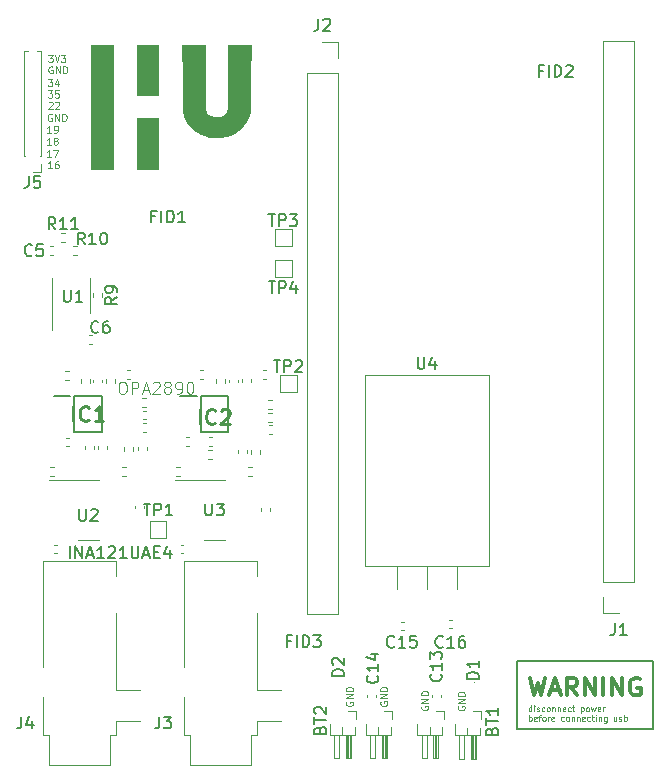
<source format=gbr>
%TF.GenerationSoftware,KiCad,Pcbnew,7.0.2-0*%
%TF.CreationDate,2023-05-30T13:58:00+02:00*%
%TF.ProjectId,Quest_EMG,51756573-745f-4454-9d47-2e6b69636164,rev?*%
%TF.SameCoordinates,Original*%
%TF.FileFunction,Legend,Top*%
%TF.FilePolarity,Positive*%
%FSLAX46Y46*%
G04 Gerber Fmt 4.6, Leading zero omitted, Abs format (unit mm)*
G04 Created by KiCad (PCBNEW 7.0.2-0) date 2023-05-30 13:58:00*
%MOMM*%
%LPD*%
G01*
G04 APERTURE LIST*
%ADD10C,0.150000*%
%ADD11C,0.100000*%
%ADD12C,0.300000*%
%ADD13C,0.254000*%
%ADD14C,0.120000*%
%ADD15C,0.200000*%
G04 APERTURE END LIST*
D10*
X127740000Y-72726000D02*
X139284000Y-72726000D01*
X139284000Y-78463000D01*
X127740000Y-78463000D01*
X127740000Y-72726000D01*
D11*
X88276142Y-29015571D02*
X87933285Y-29015571D01*
X88104714Y-29015571D02*
X88104714Y-28415571D01*
X88104714Y-28415571D02*
X88047571Y-28501285D01*
X88047571Y-28501285D02*
X87990428Y-28558428D01*
X87990428Y-28558428D02*
X87933285Y-28587000D01*
X88619000Y-28672714D02*
X88561857Y-28644142D01*
X88561857Y-28644142D02*
X88533286Y-28615571D01*
X88533286Y-28615571D02*
X88504714Y-28558428D01*
X88504714Y-28558428D02*
X88504714Y-28529857D01*
X88504714Y-28529857D02*
X88533286Y-28472714D01*
X88533286Y-28472714D02*
X88561857Y-28444142D01*
X88561857Y-28444142D02*
X88619000Y-28415571D01*
X88619000Y-28415571D02*
X88733286Y-28415571D01*
X88733286Y-28415571D02*
X88790429Y-28444142D01*
X88790429Y-28444142D02*
X88819000Y-28472714D01*
X88819000Y-28472714D02*
X88847571Y-28529857D01*
X88847571Y-28529857D02*
X88847571Y-28558428D01*
X88847571Y-28558428D02*
X88819000Y-28615571D01*
X88819000Y-28615571D02*
X88790429Y-28644142D01*
X88790429Y-28644142D02*
X88733286Y-28672714D01*
X88733286Y-28672714D02*
X88619000Y-28672714D01*
X88619000Y-28672714D02*
X88561857Y-28701285D01*
X88561857Y-28701285D02*
X88533286Y-28729857D01*
X88533286Y-28729857D02*
X88504714Y-28787000D01*
X88504714Y-28787000D02*
X88504714Y-28901285D01*
X88504714Y-28901285D02*
X88533286Y-28958428D01*
X88533286Y-28958428D02*
X88561857Y-28987000D01*
X88561857Y-28987000D02*
X88619000Y-29015571D01*
X88619000Y-29015571D02*
X88733286Y-29015571D01*
X88733286Y-29015571D02*
X88790429Y-28987000D01*
X88790429Y-28987000D02*
X88819000Y-28958428D01*
X88819000Y-28958428D02*
X88847571Y-28901285D01*
X88847571Y-28901285D02*
X88847571Y-28787000D01*
X88847571Y-28787000D02*
X88819000Y-28729857D01*
X88819000Y-28729857D02*
X88790429Y-28701285D01*
X88790429Y-28701285D02*
X88733286Y-28672714D01*
X88080285Y-25424714D02*
X88108857Y-25396142D01*
X88108857Y-25396142D02*
X88166000Y-25367571D01*
X88166000Y-25367571D02*
X88308857Y-25367571D01*
X88308857Y-25367571D02*
X88366000Y-25396142D01*
X88366000Y-25396142D02*
X88394571Y-25424714D01*
X88394571Y-25424714D02*
X88423142Y-25481857D01*
X88423142Y-25481857D02*
X88423142Y-25539000D01*
X88423142Y-25539000D02*
X88394571Y-25624714D01*
X88394571Y-25624714D02*
X88051714Y-25967571D01*
X88051714Y-25967571D02*
X88423142Y-25967571D01*
X88651714Y-25424714D02*
X88680286Y-25396142D01*
X88680286Y-25396142D02*
X88737429Y-25367571D01*
X88737429Y-25367571D02*
X88880286Y-25367571D01*
X88880286Y-25367571D02*
X88937429Y-25396142D01*
X88937429Y-25396142D02*
X88966000Y-25424714D01*
X88966000Y-25424714D02*
X88994571Y-25481857D01*
X88994571Y-25481857D02*
X88994571Y-25539000D01*
X88994571Y-25539000D02*
X88966000Y-25624714D01*
X88966000Y-25624714D02*
X88623143Y-25967571D01*
X88623143Y-25967571D02*
X88994571Y-25967571D01*
X88018714Y-23443571D02*
X88390142Y-23443571D01*
X88390142Y-23443571D02*
X88190142Y-23672142D01*
X88190142Y-23672142D02*
X88275857Y-23672142D01*
X88275857Y-23672142D02*
X88333000Y-23700714D01*
X88333000Y-23700714D02*
X88361571Y-23729285D01*
X88361571Y-23729285D02*
X88390142Y-23786428D01*
X88390142Y-23786428D02*
X88390142Y-23929285D01*
X88390142Y-23929285D02*
X88361571Y-23986428D01*
X88361571Y-23986428D02*
X88333000Y-24015000D01*
X88333000Y-24015000D02*
X88275857Y-24043571D01*
X88275857Y-24043571D02*
X88104428Y-24043571D01*
X88104428Y-24043571D02*
X88047285Y-24015000D01*
X88047285Y-24015000D02*
X88018714Y-23986428D01*
X88904429Y-23643571D02*
X88904429Y-24043571D01*
X88761571Y-23415000D02*
X88618714Y-23843571D01*
X88618714Y-23843571D02*
X88990143Y-23843571D01*
D12*
X128842285Y-74138428D02*
X129199428Y-75638428D01*
X129199428Y-75638428D02*
X129485142Y-74567000D01*
X129485142Y-74567000D02*
X129770857Y-75638428D01*
X129770857Y-75638428D02*
X130128000Y-74138428D01*
X130628000Y-75209857D02*
X131342286Y-75209857D01*
X130485143Y-75638428D02*
X130985143Y-74138428D01*
X130985143Y-74138428D02*
X131485143Y-75638428D01*
X132842285Y-75638428D02*
X132342285Y-74924142D01*
X131985142Y-75638428D02*
X131985142Y-74138428D01*
X131985142Y-74138428D02*
X132556571Y-74138428D01*
X132556571Y-74138428D02*
X132699428Y-74209857D01*
X132699428Y-74209857D02*
X132770857Y-74281285D01*
X132770857Y-74281285D02*
X132842285Y-74424142D01*
X132842285Y-74424142D02*
X132842285Y-74638428D01*
X132842285Y-74638428D02*
X132770857Y-74781285D01*
X132770857Y-74781285D02*
X132699428Y-74852714D01*
X132699428Y-74852714D02*
X132556571Y-74924142D01*
X132556571Y-74924142D02*
X131985142Y-74924142D01*
X133485142Y-75638428D02*
X133485142Y-74138428D01*
X133485142Y-74138428D02*
X134342285Y-75638428D01*
X134342285Y-75638428D02*
X134342285Y-74138428D01*
X135056571Y-75638428D02*
X135056571Y-74138428D01*
X135770857Y-75638428D02*
X135770857Y-74138428D01*
X135770857Y-74138428D02*
X136628000Y-75638428D01*
X136628000Y-75638428D02*
X136628000Y-74138428D01*
X138128001Y-74209857D02*
X137985144Y-74138428D01*
X137985144Y-74138428D02*
X137770858Y-74138428D01*
X137770858Y-74138428D02*
X137556572Y-74209857D01*
X137556572Y-74209857D02*
X137413715Y-74352714D01*
X137413715Y-74352714D02*
X137342286Y-74495571D01*
X137342286Y-74495571D02*
X137270858Y-74781285D01*
X137270858Y-74781285D02*
X137270858Y-74995571D01*
X137270858Y-74995571D02*
X137342286Y-75281285D01*
X137342286Y-75281285D02*
X137413715Y-75424142D01*
X137413715Y-75424142D02*
X137556572Y-75567000D01*
X137556572Y-75567000D02*
X137770858Y-75638428D01*
X137770858Y-75638428D02*
X137913715Y-75638428D01*
X137913715Y-75638428D02*
X138128001Y-75567000D01*
X138128001Y-75567000D02*
X138199429Y-75495571D01*
X138199429Y-75495571D02*
X138199429Y-74995571D01*
X138199429Y-74995571D02*
X137913715Y-74995571D01*
D11*
X88342142Y-26423142D02*
X88285000Y-26394571D01*
X88285000Y-26394571D02*
X88199285Y-26394571D01*
X88199285Y-26394571D02*
X88113571Y-26423142D01*
X88113571Y-26423142D02*
X88056428Y-26480285D01*
X88056428Y-26480285D02*
X88027857Y-26537428D01*
X88027857Y-26537428D02*
X87999285Y-26651714D01*
X87999285Y-26651714D02*
X87999285Y-26737428D01*
X87999285Y-26737428D02*
X88027857Y-26851714D01*
X88027857Y-26851714D02*
X88056428Y-26908857D01*
X88056428Y-26908857D02*
X88113571Y-26966000D01*
X88113571Y-26966000D02*
X88199285Y-26994571D01*
X88199285Y-26994571D02*
X88256428Y-26994571D01*
X88256428Y-26994571D02*
X88342142Y-26966000D01*
X88342142Y-26966000D02*
X88370714Y-26937428D01*
X88370714Y-26937428D02*
X88370714Y-26737428D01*
X88370714Y-26737428D02*
X88256428Y-26737428D01*
X88627857Y-26994571D02*
X88627857Y-26394571D01*
X88627857Y-26394571D02*
X88970714Y-26994571D01*
X88970714Y-26994571D02*
X88970714Y-26394571D01*
X89256428Y-26994571D02*
X89256428Y-26394571D01*
X89256428Y-26394571D02*
X89399285Y-26394571D01*
X89399285Y-26394571D02*
X89484999Y-26423142D01*
X89484999Y-26423142D02*
X89542142Y-26480285D01*
X89542142Y-26480285D02*
X89570713Y-26537428D01*
X89570713Y-26537428D02*
X89599285Y-26651714D01*
X89599285Y-26651714D02*
X89599285Y-26737428D01*
X89599285Y-26737428D02*
X89570713Y-26851714D01*
X89570713Y-26851714D02*
X89542142Y-26908857D01*
X89542142Y-26908857D02*
X89484999Y-26966000D01*
X89484999Y-26966000D02*
X89399285Y-26994571D01*
X89399285Y-26994571D02*
X89256428Y-26994571D01*
X119667142Y-76535857D02*
X119638571Y-76593000D01*
X119638571Y-76593000D02*
X119638571Y-76678714D01*
X119638571Y-76678714D02*
X119667142Y-76764428D01*
X119667142Y-76764428D02*
X119724285Y-76821571D01*
X119724285Y-76821571D02*
X119781428Y-76850142D01*
X119781428Y-76850142D02*
X119895714Y-76878714D01*
X119895714Y-76878714D02*
X119981428Y-76878714D01*
X119981428Y-76878714D02*
X120095714Y-76850142D01*
X120095714Y-76850142D02*
X120152857Y-76821571D01*
X120152857Y-76821571D02*
X120210000Y-76764428D01*
X120210000Y-76764428D02*
X120238571Y-76678714D01*
X120238571Y-76678714D02*
X120238571Y-76621571D01*
X120238571Y-76621571D02*
X120210000Y-76535857D01*
X120210000Y-76535857D02*
X120181428Y-76507285D01*
X120181428Y-76507285D02*
X119981428Y-76507285D01*
X119981428Y-76507285D02*
X119981428Y-76621571D01*
X120238571Y-76250142D02*
X119638571Y-76250142D01*
X119638571Y-76250142D02*
X120238571Y-75907285D01*
X120238571Y-75907285D02*
X119638571Y-75907285D01*
X120238571Y-75621571D02*
X119638571Y-75621571D01*
X119638571Y-75621571D02*
X119638571Y-75478714D01*
X119638571Y-75478714D02*
X119667142Y-75393000D01*
X119667142Y-75393000D02*
X119724285Y-75335857D01*
X119724285Y-75335857D02*
X119781428Y-75307286D01*
X119781428Y-75307286D02*
X119895714Y-75278714D01*
X119895714Y-75278714D02*
X119981428Y-75278714D01*
X119981428Y-75278714D02*
X120095714Y-75307286D01*
X120095714Y-75307286D02*
X120152857Y-75335857D01*
X120152857Y-75335857D02*
X120210000Y-75393000D01*
X120210000Y-75393000D02*
X120238571Y-75478714D01*
X120238571Y-75478714D02*
X120238571Y-75621571D01*
X88293142Y-30042571D02*
X87950285Y-30042571D01*
X88121714Y-30042571D02*
X88121714Y-29442571D01*
X88121714Y-29442571D02*
X88064571Y-29528285D01*
X88064571Y-29528285D02*
X88007428Y-29585428D01*
X88007428Y-29585428D02*
X87950285Y-29614000D01*
X88493143Y-29442571D02*
X88893143Y-29442571D01*
X88893143Y-29442571D02*
X88636000Y-30042571D01*
X88374142Y-31020571D02*
X88031285Y-31020571D01*
X88202714Y-31020571D02*
X88202714Y-30420571D01*
X88202714Y-30420571D02*
X88145571Y-30506285D01*
X88145571Y-30506285D02*
X88088428Y-30563428D01*
X88088428Y-30563428D02*
X88031285Y-30592000D01*
X88888429Y-30420571D02*
X88774143Y-30420571D01*
X88774143Y-30420571D02*
X88717000Y-30449142D01*
X88717000Y-30449142D02*
X88688429Y-30477714D01*
X88688429Y-30477714D02*
X88631286Y-30563428D01*
X88631286Y-30563428D02*
X88602714Y-30677714D01*
X88602714Y-30677714D02*
X88602714Y-30906285D01*
X88602714Y-30906285D02*
X88631286Y-30963428D01*
X88631286Y-30963428D02*
X88659857Y-30992000D01*
X88659857Y-30992000D02*
X88717000Y-31020571D01*
X88717000Y-31020571D02*
X88831286Y-31020571D01*
X88831286Y-31020571D02*
X88888429Y-30992000D01*
X88888429Y-30992000D02*
X88917000Y-30963428D01*
X88917000Y-30963428D02*
X88945571Y-30906285D01*
X88945571Y-30906285D02*
X88945571Y-30763428D01*
X88945571Y-30763428D02*
X88917000Y-30706285D01*
X88917000Y-30706285D02*
X88888429Y-30677714D01*
X88888429Y-30677714D02*
X88831286Y-30649142D01*
X88831286Y-30649142D02*
X88717000Y-30649142D01*
X88717000Y-30649142D02*
X88659857Y-30677714D01*
X88659857Y-30677714D02*
X88631286Y-30706285D01*
X88631286Y-30706285D02*
X88602714Y-30763428D01*
X88018714Y-24421571D02*
X88390142Y-24421571D01*
X88390142Y-24421571D02*
X88190142Y-24650142D01*
X88190142Y-24650142D02*
X88275857Y-24650142D01*
X88275857Y-24650142D02*
X88333000Y-24678714D01*
X88333000Y-24678714D02*
X88361571Y-24707285D01*
X88361571Y-24707285D02*
X88390142Y-24764428D01*
X88390142Y-24764428D02*
X88390142Y-24907285D01*
X88390142Y-24907285D02*
X88361571Y-24964428D01*
X88361571Y-24964428D02*
X88333000Y-24993000D01*
X88333000Y-24993000D02*
X88275857Y-25021571D01*
X88275857Y-25021571D02*
X88104428Y-25021571D01*
X88104428Y-25021571D02*
X88047285Y-24993000D01*
X88047285Y-24993000D02*
X88018714Y-24964428D01*
X88933000Y-24421571D02*
X88647286Y-24421571D01*
X88647286Y-24421571D02*
X88618714Y-24707285D01*
X88618714Y-24707285D02*
X88647286Y-24678714D01*
X88647286Y-24678714D02*
X88704429Y-24650142D01*
X88704429Y-24650142D02*
X88847286Y-24650142D01*
X88847286Y-24650142D02*
X88904429Y-24678714D01*
X88904429Y-24678714D02*
X88933000Y-24707285D01*
X88933000Y-24707285D02*
X88961571Y-24764428D01*
X88961571Y-24764428D02*
X88961571Y-24907285D01*
X88961571Y-24907285D02*
X88933000Y-24964428D01*
X88933000Y-24964428D02*
X88904429Y-24993000D01*
X88904429Y-24993000D02*
X88847286Y-25021571D01*
X88847286Y-25021571D02*
X88704429Y-25021571D01*
X88704429Y-25021571D02*
X88647286Y-24993000D01*
X88647286Y-24993000D02*
X88618714Y-24964428D01*
X128961333Y-76982809D02*
X128961333Y-76482809D01*
X128961333Y-76959000D02*
X128913714Y-76982809D01*
X128913714Y-76982809D02*
X128818476Y-76982809D01*
X128818476Y-76982809D02*
X128770857Y-76959000D01*
X128770857Y-76959000D02*
X128747047Y-76935190D01*
X128747047Y-76935190D02*
X128723238Y-76887571D01*
X128723238Y-76887571D02*
X128723238Y-76744714D01*
X128723238Y-76744714D02*
X128747047Y-76697095D01*
X128747047Y-76697095D02*
X128770857Y-76673285D01*
X128770857Y-76673285D02*
X128818476Y-76649476D01*
X128818476Y-76649476D02*
X128913714Y-76649476D01*
X128913714Y-76649476D02*
X128961333Y-76673285D01*
X129199428Y-76982809D02*
X129199428Y-76649476D01*
X129199428Y-76482809D02*
X129175619Y-76506619D01*
X129175619Y-76506619D02*
X129199428Y-76530428D01*
X129199428Y-76530428D02*
X129223238Y-76506619D01*
X129223238Y-76506619D02*
X129199428Y-76482809D01*
X129199428Y-76482809D02*
X129199428Y-76530428D01*
X129413714Y-76959000D02*
X129461333Y-76982809D01*
X129461333Y-76982809D02*
X129556571Y-76982809D01*
X129556571Y-76982809D02*
X129604190Y-76959000D01*
X129604190Y-76959000D02*
X129627999Y-76911380D01*
X129627999Y-76911380D02*
X129627999Y-76887571D01*
X129627999Y-76887571D02*
X129604190Y-76839952D01*
X129604190Y-76839952D02*
X129556571Y-76816142D01*
X129556571Y-76816142D02*
X129485142Y-76816142D01*
X129485142Y-76816142D02*
X129437523Y-76792333D01*
X129437523Y-76792333D02*
X129413714Y-76744714D01*
X129413714Y-76744714D02*
X129413714Y-76720904D01*
X129413714Y-76720904D02*
X129437523Y-76673285D01*
X129437523Y-76673285D02*
X129485142Y-76649476D01*
X129485142Y-76649476D02*
X129556571Y-76649476D01*
X129556571Y-76649476D02*
X129604190Y-76673285D01*
X130056571Y-76959000D02*
X130008952Y-76982809D01*
X130008952Y-76982809D02*
X129913714Y-76982809D01*
X129913714Y-76982809D02*
X129866095Y-76959000D01*
X129866095Y-76959000D02*
X129842285Y-76935190D01*
X129842285Y-76935190D02*
X129818476Y-76887571D01*
X129818476Y-76887571D02*
X129818476Y-76744714D01*
X129818476Y-76744714D02*
X129842285Y-76697095D01*
X129842285Y-76697095D02*
X129866095Y-76673285D01*
X129866095Y-76673285D02*
X129913714Y-76649476D01*
X129913714Y-76649476D02*
X130008952Y-76649476D01*
X130008952Y-76649476D02*
X130056571Y-76673285D01*
X130342285Y-76982809D02*
X130294666Y-76959000D01*
X130294666Y-76959000D02*
X130270856Y-76935190D01*
X130270856Y-76935190D02*
X130247047Y-76887571D01*
X130247047Y-76887571D02*
X130247047Y-76744714D01*
X130247047Y-76744714D02*
X130270856Y-76697095D01*
X130270856Y-76697095D02*
X130294666Y-76673285D01*
X130294666Y-76673285D02*
X130342285Y-76649476D01*
X130342285Y-76649476D02*
X130413713Y-76649476D01*
X130413713Y-76649476D02*
X130461332Y-76673285D01*
X130461332Y-76673285D02*
X130485142Y-76697095D01*
X130485142Y-76697095D02*
X130508951Y-76744714D01*
X130508951Y-76744714D02*
X130508951Y-76887571D01*
X130508951Y-76887571D02*
X130485142Y-76935190D01*
X130485142Y-76935190D02*
X130461332Y-76959000D01*
X130461332Y-76959000D02*
X130413713Y-76982809D01*
X130413713Y-76982809D02*
X130342285Y-76982809D01*
X130723237Y-76649476D02*
X130723237Y-76982809D01*
X130723237Y-76697095D02*
X130747047Y-76673285D01*
X130747047Y-76673285D02*
X130794666Y-76649476D01*
X130794666Y-76649476D02*
X130866094Y-76649476D01*
X130866094Y-76649476D02*
X130913713Y-76673285D01*
X130913713Y-76673285D02*
X130937523Y-76720904D01*
X130937523Y-76720904D02*
X130937523Y-76982809D01*
X131175618Y-76649476D02*
X131175618Y-76982809D01*
X131175618Y-76697095D02*
X131199428Y-76673285D01*
X131199428Y-76673285D02*
X131247047Y-76649476D01*
X131247047Y-76649476D02*
X131318475Y-76649476D01*
X131318475Y-76649476D02*
X131366094Y-76673285D01*
X131366094Y-76673285D02*
X131389904Y-76720904D01*
X131389904Y-76720904D02*
X131389904Y-76982809D01*
X131818475Y-76959000D02*
X131770856Y-76982809D01*
X131770856Y-76982809D02*
X131675618Y-76982809D01*
X131675618Y-76982809D02*
X131627999Y-76959000D01*
X131627999Y-76959000D02*
X131604190Y-76911380D01*
X131604190Y-76911380D02*
X131604190Y-76720904D01*
X131604190Y-76720904D02*
X131627999Y-76673285D01*
X131627999Y-76673285D02*
X131675618Y-76649476D01*
X131675618Y-76649476D02*
X131770856Y-76649476D01*
X131770856Y-76649476D02*
X131818475Y-76673285D01*
X131818475Y-76673285D02*
X131842285Y-76720904D01*
X131842285Y-76720904D02*
X131842285Y-76768523D01*
X131842285Y-76768523D02*
X131604190Y-76816142D01*
X132270856Y-76959000D02*
X132223237Y-76982809D01*
X132223237Y-76982809D02*
X132127999Y-76982809D01*
X132127999Y-76982809D02*
X132080380Y-76959000D01*
X132080380Y-76959000D02*
X132056570Y-76935190D01*
X132056570Y-76935190D02*
X132032761Y-76887571D01*
X132032761Y-76887571D02*
X132032761Y-76744714D01*
X132032761Y-76744714D02*
X132056570Y-76697095D01*
X132056570Y-76697095D02*
X132080380Y-76673285D01*
X132080380Y-76673285D02*
X132127999Y-76649476D01*
X132127999Y-76649476D02*
X132223237Y-76649476D01*
X132223237Y-76649476D02*
X132270856Y-76673285D01*
X132413713Y-76649476D02*
X132604189Y-76649476D01*
X132485141Y-76482809D02*
X132485141Y-76911380D01*
X132485141Y-76911380D02*
X132508951Y-76959000D01*
X132508951Y-76959000D02*
X132556570Y-76982809D01*
X132556570Y-76982809D02*
X132604189Y-76982809D01*
X133151807Y-76649476D02*
X133151807Y-77149476D01*
X133151807Y-76673285D02*
X133199426Y-76649476D01*
X133199426Y-76649476D02*
X133294664Y-76649476D01*
X133294664Y-76649476D02*
X133342283Y-76673285D01*
X133342283Y-76673285D02*
X133366093Y-76697095D01*
X133366093Y-76697095D02*
X133389902Y-76744714D01*
X133389902Y-76744714D02*
X133389902Y-76887571D01*
X133389902Y-76887571D02*
X133366093Y-76935190D01*
X133366093Y-76935190D02*
X133342283Y-76959000D01*
X133342283Y-76959000D02*
X133294664Y-76982809D01*
X133294664Y-76982809D02*
X133199426Y-76982809D01*
X133199426Y-76982809D02*
X133151807Y-76959000D01*
X133675617Y-76982809D02*
X133627998Y-76959000D01*
X133627998Y-76959000D02*
X133604188Y-76935190D01*
X133604188Y-76935190D02*
X133580379Y-76887571D01*
X133580379Y-76887571D02*
X133580379Y-76744714D01*
X133580379Y-76744714D02*
X133604188Y-76697095D01*
X133604188Y-76697095D02*
X133627998Y-76673285D01*
X133627998Y-76673285D02*
X133675617Y-76649476D01*
X133675617Y-76649476D02*
X133747045Y-76649476D01*
X133747045Y-76649476D02*
X133794664Y-76673285D01*
X133794664Y-76673285D02*
X133818474Y-76697095D01*
X133818474Y-76697095D02*
X133842283Y-76744714D01*
X133842283Y-76744714D02*
X133842283Y-76887571D01*
X133842283Y-76887571D02*
X133818474Y-76935190D01*
X133818474Y-76935190D02*
X133794664Y-76959000D01*
X133794664Y-76959000D02*
X133747045Y-76982809D01*
X133747045Y-76982809D02*
X133675617Y-76982809D01*
X134008950Y-76649476D02*
X134104188Y-76982809D01*
X134104188Y-76982809D02*
X134199426Y-76744714D01*
X134199426Y-76744714D02*
X134294664Y-76982809D01*
X134294664Y-76982809D02*
X134389902Y-76649476D01*
X134770855Y-76959000D02*
X134723236Y-76982809D01*
X134723236Y-76982809D02*
X134627998Y-76982809D01*
X134627998Y-76982809D02*
X134580379Y-76959000D01*
X134580379Y-76959000D02*
X134556570Y-76911380D01*
X134556570Y-76911380D02*
X134556570Y-76720904D01*
X134556570Y-76720904D02*
X134580379Y-76673285D01*
X134580379Y-76673285D02*
X134627998Y-76649476D01*
X134627998Y-76649476D02*
X134723236Y-76649476D01*
X134723236Y-76649476D02*
X134770855Y-76673285D01*
X134770855Y-76673285D02*
X134794665Y-76720904D01*
X134794665Y-76720904D02*
X134794665Y-76768523D01*
X134794665Y-76768523D02*
X134556570Y-76816142D01*
X135008950Y-76982809D02*
X135008950Y-76649476D01*
X135008950Y-76744714D02*
X135032760Y-76697095D01*
X135032760Y-76697095D02*
X135056569Y-76673285D01*
X135056569Y-76673285D02*
X135104188Y-76649476D01*
X135104188Y-76649476D02*
X135151807Y-76649476D01*
X128747047Y-77792809D02*
X128747047Y-77292809D01*
X128747047Y-77483285D02*
X128794666Y-77459476D01*
X128794666Y-77459476D02*
X128889904Y-77459476D01*
X128889904Y-77459476D02*
X128937523Y-77483285D01*
X128937523Y-77483285D02*
X128961333Y-77507095D01*
X128961333Y-77507095D02*
X128985142Y-77554714D01*
X128985142Y-77554714D02*
X128985142Y-77697571D01*
X128985142Y-77697571D02*
X128961333Y-77745190D01*
X128961333Y-77745190D02*
X128937523Y-77769000D01*
X128937523Y-77769000D02*
X128889904Y-77792809D01*
X128889904Y-77792809D02*
X128794666Y-77792809D01*
X128794666Y-77792809D02*
X128747047Y-77769000D01*
X129389904Y-77769000D02*
X129342285Y-77792809D01*
X129342285Y-77792809D02*
X129247047Y-77792809D01*
X129247047Y-77792809D02*
X129199428Y-77769000D01*
X129199428Y-77769000D02*
X129175619Y-77721380D01*
X129175619Y-77721380D02*
X129175619Y-77530904D01*
X129175619Y-77530904D02*
X129199428Y-77483285D01*
X129199428Y-77483285D02*
X129247047Y-77459476D01*
X129247047Y-77459476D02*
X129342285Y-77459476D01*
X129342285Y-77459476D02*
X129389904Y-77483285D01*
X129389904Y-77483285D02*
X129413714Y-77530904D01*
X129413714Y-77530904D02*
X129413714Y-77578523D01*
X129413714Y-77578523D02*
X129175619Y-77626142D01*
X129556571Y-77459476D02*
X129747047Y-77459476D01*
X129627999Y-77792809D02*
X129627999Y-77364238D01*
X129627999Y-77364238D02*
X129651809Y-77316619D01*
X129651809Y-77316619D02*
X129699428Y-77292809D01*
X129699428Y-77292809D02*
X129747047Y-77292809D01*
X129985142Y-77792809D02*
X129937523Y-77769000D01*
X129937523Y-77769000D02*
X129913713Y-77745190D01*
X129913713Y-77745190D02*
X129889904Y-77697571D01*
X129889904Y-77697571D02*
X129889904Y-77554714D01*
X129889904Y-77554714D02*
X129913713Y-77507095D01*
X129913713Y-77507095D02*
X129937523Y-77483285D01*
X129937523Y-77483285D02*
X129985142Y-77459476D01*
X129985142Y-77459476D02*
X130056570Y-77459476D01*
X130056570Y-77459476D02*
X130104189Y-77483285D01*
X130104189Y-77483285D02*
X130127999Y-77507095D01*
X130127999Y-77507095D02*
X130151808Y-77554714D01*
X130151808Y-77554714D02*
X130151808Y-77697571D01*
X130151808Y-77697571D02*
X130127999Y-77745190D01*
X130127999Y-77745190D02*
X130104189Y-77769000D01*
X130104189Y-77769000D02*
X130056570Y-77792809D01*
X130056570Y-77792809D02*
X129985142Y-77792809D01*
X130366094Y-77792809D02*
X130366094Y-77459476D01*
X130366094Y-77554714D02*
X130389904Y-77507095D01*
X130389904Y-77507095D02*
X130413713Y-77483285D01*
X130413713Y-77483285D02*
X130461332Y-77459476D01*
X130461332Y-77459476D02*
X130508951Y-77459476D01*
X130866094Y-77769000D02*
X130818475Y-77792809D01*
X130818475Y-77792809D02*
X130723237Y-77792809D01*
X130723237Y-77792809D02*
X130675618Y-77769000D01*
X130675618Y-77769000D02*
X130651809Y-77721380D01*
X130651809Y-77721380D02*
X130651809Y-77530904D01*
X130651809Y-77530904D02*
X130675618Y-77483285D01*
X130675618Y-77483285D02*
X130723237Y-77459476D01*
X130723237Y-77459476D02*
X130818475Y-77459476D01*
X130818475Y-77459476D02*
X130866094Y-77483285D01*
X130866094Y-77483285D02*
X130889904Y-77530904D01*
X130889904Y-77530904D02*
X130889904Y-77578523D01*
X130889904Y-77578523D02*
X130651809Y-77626142D01*
X131699427Y-77769000D02*
X131651808Y-77792809D01*
X131651808Y-77792809D02*
X131556570Y-77792809D01*
X131556570Y-77792809D02*
X131508951Y-77769000D01*
X131508951Y-77769000D02*
X131485141Y-77745190D01*
X131485141Y-77745190D02*
X131461332Y-77697571D01*
X131461332Y-77697571D02*
X131461332Y-77554714D01*
X131461332Y-77554714D02*
X131485141Y-77507095D01*
X131485141Y-77507095D02*
X131508951Y-77483285D01*
X131508951Y-77483285D02*
X131556570Y-77459476D01*
X131556570Y-77459476D02*
X131651808Y-77459476D01*
X131651808Y-77459476D02*
X131699427Y-77483285D01*
X131985141Y-77792809D02*
X131937522Y-77769000D01*
X131937522Y-77769000D02*
X131913712Y-77745190D01*
X131913712Y-77745190D02*
X131889903Y-77697571D01*
X131889903Y-77697571D02*
X131889903Y-77554714D01*
X131889903Y-77554714D02*
X131913712Y-77507095D01*
X131913712Y-77507095D02*
X131937522Y-77483285D01*
X131937522Y-77483285D02*
X131985141Y-77459476D01*
X131985141Y-77459476D02*
X132056569Y-77459476D01*
X132056569Y-77459476D02*
X132104188Y-77483285D01*
X132104188Y-77483285D02*
X132127998Y-77507095D01*
X132127998Y-77507095D02*
X132151807Y-77554714D01*
X132151807Y-77554714D02*
X132151807Y-77697571D01*
X132151807Y-77697571D02*
X132127998Y-77745190D01*
X132127998Y-77745190D02*
X132104188Y-77769000D01*
X132104188Y-77769000D02*
X132056569Y-77792809D01*
X132056569Y-77792809D02*
X131985141Y-77792809D01*
X132366093Y-77459476D02*
X132366093Y-77792809D01*
X132366093Y-77507095D02*
X132389903Y-77483285D01*
X132389903Y-77483285D02*
X132437522Y-77459476D01*
X132437522Y-77459476D02*
X132508950Y-77459476D01*
X132508950Y-77459476D02*
X132556569Y-77483285D01*
X132556569Y-77483285D02*
X132580379Y-77530904D01*
X132580379Y-77530904D02*
X132580379Y-77792809D01*
X132818474Y-77459476D02*
X132818474Y-77792809D01*
X132818474Y-77507095D02*
X132842284Y-77483285D01*
X132842284Y-77483285D02*
X132889903Y-77459476D01*
X132889903Y-77459476D02*
X132961331Y-77459476D01*
X132961331Y-77459476D02*
X133008950Y-77483285D01*
X133008950Y-77483285D02*
X133032760Y-77530904D01*
X133032760Y-77530904D02*
X133032760Y-77792809D01*
X133461331Y-77769000D02*
X133413712Y-77792809D01*
X133413712Y-77792809D02*
X133318474Y-77792809D01*
X133318474Y-77792809D02*
X133270855Y-77769000D01*
X133270855Y-77769000D02*
X133247046Y-77721380D01*
X133247046Y-77721380D02*
X133247046Y-77530904D01*
X133247046Y-77530904D02*
X133270855Y-77483285D01*
X133270855Y-77483285D02*
X133318474Y-77459476D01*
X133318474Y-77459476D02*
X133413712Y-77459476D01*
X133413712Y-77459476D02*
X133461331Y-77483285D01*
X133461331Y-77483285D02*
X133485141Y-77530904D01*
X133485141Y-77530904D02*
X133485141Y-77578523D01*
X133485141Y-77578523D02*
X133247046Y-77626142D01*
X133913712Y-77769000D02*
X133866093Y-77792809D01*
X133866093Y-77792809D02*
X133770855Y-77792809D01*
X133770855Y-77792809D02*
X133723236Y-77769000D01*
X133723236Y-77769000D02*
X133699426Y-77745190D01*
X133699426Y-77745190D02*
X133675617Y-77697571D01*
X133675617Y-77697571D02*
X133675617Y-77554714D01*
X133675617Y-77554714D02*
X133699426Y-77507095D01*
X133699426Y-77507095D02*
X133723236Y-77483285D01*
X133723236Y-77483285D02*
X133770855Y-77459476D01*
X133770855Y-77459476D02*
X133866093Y-77459476D01*
X133866093Y-77459476D02*
X133913712Y-77483285D01*
X134056569Y-77459476D02*
X134247045Y-77459476D01*
X134127997Y-77292809D02*
X134127997Y-77721380D01*
X134127997Y-77721380D02*
X134151807Y-77769000D01*
X134151807Y-77769000D02*
X134199426Y-77792809D01*
X134199426Y-77792809D02*
X134247045Y-77792809D01*
X134413711Y-77792809D02*
X134413711Y-77459476D01*
X134413711Y-77292809D02*
X134389902Y-77316619D01*
X134389902Y-77316619D02*
X134413711Y-77340428D01*
X134413711Y-77340428D02*
X134437521Y-77316619D01*
X134437521Y-77316619D02*
X134413711Y-77292809D01*
X134413711Y-77292809D02*
X134413711Y-77340428D01*
X134651806Y-77459476D02*
X134651806Y-77792809D01*
X134651806Y-77507095D02*
X134675616Y-77483285D01*
X134675616Y-77483285D02*
X134723235Y-77459476D01*
X134723235Y-77459476D02*
X134794663Y-77459476D01*
X134794663Y-77459476D02*
X134842282Y-77483285D01*
X134842282Y-77483285D02*
X134866092Y-77530904D01*
X134866092Y-77530904D02*
X134866092Y-77792809D01*
X135318473Y-77459476D02*
X135318473Y-77864238D01*
X135318473Y-77864238D02*
X135294663Y-77911857D01*
X135294663Y-77911857D02*
X135270854Y-77935666D01*
X135270854Y-77935666D02*
X135223235Y-77959476D01*
X135223235Y-77959476D02*
X135151806Y-77959476D01*
X135151806Y-77959476D02*
X135104187Y-77935666D01*
X135318473Y-77769000D02*
X135270854Y-77792809D01*
X135270854Y-77792809D02*
X135175616Y-77792809D01*
X135175616Y-77792809D02*
X135127997Y-77769000D01*
X135127997Y-77769000D02*
X135104187Y-77745190D01*
X135104187Y-77745190D02*
X135080378Y-77697571D01*
X135080378Y-77697571D02*
X135080378Y-77554714D01*
X135080378Y-77554714D02*
X135104187Y-77507095D01*
X135104187Y-77507095D02*
X135127997Y-77483285D01*
X135127997Y-77483285D02*
X135175616Y-77459476D01*
X135175616Y-77459476D02*
X135270854Y-77459476D01*
X135270854Y-77459476D02*
X135318473Y-77483285D01*
X136151806Y-77459476D02*
X136151806Y-77792809D01*
X135937520Y-77459476D02*
X135937520Y-77721380D01*
X135937520Y-77721380D02*
X135961330Y-77769000D01*
X135961330Y-77769000D02*
X136008949Y-77792809D01*
X136008949Y-77792809D02*
X136080377Y-77792809D01*
X136080377Y-77792809D02*
X136127996Y-77769000D01*
X136127996Y-77769000D02*
X136151806Y-77745190D01*
X136366092Y-77769000D02*
X136413711Y-77792809D01*
X136413711Y-77792809D02*
X136508949Y-77792809D01*
X136508949Y-77792809D02*
X136556568Y-77769000D01*
X136556568Y-77769000D02*
X136580377Y-77721380D01*
X136580377Y-77721380D02*
X136580377Y-77697571D01*
X136580377Y-77697571D02*
X136556568Y-77649952D01*
X136556568Y-77649952D02*
X136508949Y-77626142D01*
X136508949Y-77626142D02*
X136437520Y-77626142D01*
X136437520Y-77626142D02*
X136389901Y-77602333D01*
X136389901Y-77602333D02*
X136366092Y-77554714D01*
X136366092Y-77554714D02*
X136366092Y-77530904D01*
X136366092Y-77530904D02*
X136389901Y-77483285D01*
X136389901Y-77483285D02*
X136437520Y-77459476D01*
X136437520Y-77459476D02*
X136508949Y-77459476D01*
X136508949Y-77459476D02*
X136556568Y-77483285D01*
X136794663Y-77792809D02*
X136794663Y-77292809D01*
X136794663Y-77483285D02*
X136842282Y-77459476D01*
X136842282Y-77459476D02*
X136937520Y-77459476D01*
X136937520Y-77459476D02*
X136985139Y-77483285D01*
X136985139Y-77483285D02*
X137008949Y-77507095D01*
X137008949Y-77507095D02*
X137032758Y-77554714D01*
X137032758Y-77554714D02*
X137032758Y-77697571D01*
X137032758Y-77697571D02*
X137008949Y-77745190D01*
X137008949Y-77745190D02*
X136985139Y-77769000D01*
X136985139Y-77769000D02*
X136937520Y-77792809D01*
X136937520Y-77792809D02*
X136842282Y-77792809D01*
X136842282Y-77792809D02*
X136794663Y-77769000D01*
X88407142Y-22413142D02*
X88350000Y-22384571D01*
X88350000Y-22384571D02*
X88264285Y-22384571D01*
X88264285Y-22384571D02*
X88178571Y-22413142D01*
X88178571Y-22413142D02*
X88121428Y-22470285D01*
X88121428Y-22470285D02*
X88092857Y-22527428D01*
X88092857Y-22527428D02*
X88064285Y-22641714D01*
X88064285Y-22641714D02*
X88064285Y-22727428D01*
X88064285Y-22727428D02*
X88092857Y-22841714D01*
X88092857Y-22841714D02*
X88121428Y-22898857D01*
X88121428Y-22898857D02*
X88178571Y-22956000D01*
X88178571Y-22956000D02*
X88264285Y-22984571D01*
X88264285Y-22984571D02*
X88321428Y-22984571D01*
X88321428Y-22984571D02*
X88407142Y-22956000D01*
X88407142Y-22956000D02*
X88435714Y-22927428D01*
X88435714Y-22927428D02*
X88435714Y-22727428D01*
X88435714Y-22727428D02*
X88321428Y-22727428D01*
X88692857Y-22984571D02*
X88692857Y-22384571D01*
X88692857Y-22384571D02*
X89035714Y-22984571D01*
X89035714Y-22984571D02*
X89035714Y-22384571D01*
X89321428Y-22984571D02*
X89321428Y-22384571D01*
X89321428Y-22384571D02*
X89464285Y-22384571D01*
X89464285Y-22384571D02*
X89549999Y-22413142D01*
X89549999Y-22413142D02*
X89607142Y-22470285D01*
X89607142Y-22470285D02*
X89635713Y-22527428D01*
X89635713Y-22527428D02*
X89664285Y-22641714D01*
X89664285Y-22641714D02*
X89664285Y-22727428D01*
X89664285Y-22727428D02*
X89635713Y-22841714D01*
X89635713Y-22841714D02*
X89607142Y-22898857D01*
X89607142Y-22898857D02*
X89549999Y-22956000D01*
X89549999Y-22956000D02*
X89464285Y-22984571D01*
X89464285Y-22984571D02*
X89321428Y-22984571D01*
X88051714Y-21405571D02*
X88423142Y-21405571D01*
X88423142Y-21405571D02*
X88223142Y-21634142D01*
X88223142Y-21634142D02*
X88308857Y-21634142D01*
X88308857Y-21634142D02*
X88366000Y-21662714D01*
X88366000Y-21662714D02*
X88394571Y-21691285D01*
X88394571Y-21691285D02*
X88423142Y-21748428D01*
X88423142Y-21748428D02*
X88423142Y-21891285D01*
X88423142Y-21891285D02*
X88394571Y-21948428D01*
X88394571Y-21948428D02*
X88366000Y-21977000D01*
X88366000Y-21977000D02*
X88308857Y-22005571D01*
X88308857Y-22005571D02*
X88137428Y-22005571D01*
X88137428Y-22005571D02*
X88080285Y-21977000D01*
X88080285Y-21977000D02*
X88051714Y-21948428D01*
X88594571Y-21405571D02*
X88794571Y-22005571D01*
X88794571Y-22005571D02*
X88994571Y-21405571D01*
X89137429Y-21405571D02*
X89508857Y-21405571D01*
X89508857Y-21405571D02*
X89308857Y-21634142D01*
X89308857Y-21634142D02*
X89394572Y-21634142D01*
X89394572Y-21634142D02*
X89451715Y-21662714D01*
X89451715Y-21662714D02*
X89480286Y-21691285D01*
X89480286Y-21691285D02*
X89508857Y-21748428D01*
X89508857Y-21748428D02*
X89508857Y-21891285D01*
X89508857Y-21891285D02*
X89480286Y-21948428D01*
X89480286Y-21948428D02*
X89451715Y-21977000D01*
X89451715Y-21977000D02*
X89394572Y-22005571D01*
X89394572Y-22005571D02*
X89223143Y-22005571D01*
X89223143Y-22005571D02*
X89166000Y-21977000D01*
X89166000Y-21977000D02*
X89137429Y-21948428D01*
X88293142Y-28005571D02*
X87950285Y-28005571D01*
X88121714Y-28005571D02*
X88121714Y-27405571D01*
X88121714Y-27405571D02*
X88064571Y-27491285D01*
X88064571Y-27491285D02*
X88007428Y-27548428D01*
X88007428Y-27548428D02*
X87950285Y-27577000D01*
X88578857Y-28005571D02*
X88693143Y-28005571D01*
X88693143Y-28005571D02*
X88750286Y-27977000D01*
X88750286Y-27977000D02*
X88778857Y-27948428D01*
X88778857Y-27948428D02*
X88836000Y-27862714D01*
X88836000Y-27862714D02*
X88864571Y-27748428D01*
X88864571Y-27748428D02*
X88864571Y-27519857D01*
X88864571Y-27519857D02*
X88836000Y-27462714D01*
X88836000Y-27462714D02*
X88807429Y-27434142D01*
X88807429Y-27434142D02*
X88750286Y-27405571D01*
X88750286Y-27405571D02*
X88636000Y-27405571D01*
X88636000Y-27405571D02*
X88578857Y-27434142D01*
X88578857Y-27434142D02*
X88550286Y-27462714D01*
X88550286Y-27462714D02*
X88521714Y-27519857D01*
X88521714Y-27519857D02*
X88521714Y-27662714D01*
X88521714Y-27662714D02*
X88550286Y-27719857D01*
X88550286Y-27719857D02*
X88578857Y-27748428D01*
X88578857Y-27748428D02*
X88636000Y-27777000D01*
X88636000Y-27777000D02*
X88750286Y-27777000D01*
X88750286Y-27777000D02*
X88807429Y-27748428D01*
X88807429Y-27748428D02*
X88836000Y-27719857D01*
X88836000Y-27719857D02*
X88864571Y-27662714D01*
X122741142Y-76566857D02*
X122712571Y-76624000D01*
X122712571Y-76624000D02*
X122712571Y-76709714D01*
X122712571Y-76709714D02*
X122741142Y-76795428D01*
X122741142Y-76795428D02*
X122798285Y-76852571D01*
X122798285Y-76852571D02*
X122855428Y-76881142D01*
X122855428Y-76881142D02*
X122969714Y-76909714D01*
X122969714Y-76909714D02*
X123055428Y-76909714D01*
X123055428Y-76909714D02*
X123169714Y-76881142D01*
X123169714Y-76881142D02*
X123226857Y-76852571D01*
X123226857Y-76852571D02*
X123284000Y-76795428D01*
X123284000Y-76795428D02*
X123312571Y-76709714D01*
X123312571Y-76709714D02*
X123312571Y-76652571D01*
X123312571Y-76652571D02*
X123284000Y-76566857D01*
X123284000Y-76566857D02*
X123255428Y-76538285D01*
X123255428Y-76538285D02*
X123055428Y-76538285D01*
X123055428Y-76538285D02*
X123055428Y-76652571D01*
X123312571Y-76281142D02*
X122712571Y-76281142D01*
X122712571Y-76281142D02*
X123312571Y-75938285D01*
X123312571Y-75938285D02*
X122712571Y-75938285D01*
X123312571Y-75652571D02*
X122712571Y-75652571D01*
X122712571Y-75652571D02*
X122712571Y-75509714D01*
X122712571Y-75509714D02*
X122741142Y-75424000D01*
X122741142Y-75424000D02*
X122798285Y-75366857D01*
X122798285Y-75366857D02*
X122855428Y-75338286D01*
X122855428Y-75338286D02*
X122969714Y-75309714D01*
X122969714Y-75309714D02*
X123055428Y-75309714D01*
X123055428Y-75309714D02*
X123169714Y-75338286D01*
X123169714Y-75338286D02*
X123226857Y-75366857D01*
X123226857Y-75366857D02*
X123284000Y-75424000D01*
X123284000Y-75424000D02*
X123312571Y-75509714D01*
X123312571Y-75509714D02*
X123312571Y-75652571D01*
X113292142Y-76184857D02*
X113263571Y-76242000D01*
X113263571Y-76242000D02*
X113263571Y-76327714D01*
X113263571Y-76327714D02*
X113292142Y-76413428D01*
X113292142Y-76413428D02*
X113349285Y-76470571D01*
X113349285Y-76470571D02*
X113406428Y-76499142D01*
X113406428Y-76499142D02*
X113520714Y-76527714D01*
X113520714Y-76527714D02*
X113606428Y-76527714D01*
X113606428Y-76527714D02*
X113720714Y-76499142D01*
X113720714Y-76499142D02*
X113777857Y-76470571D01*
X113777857Y-76470571D02*
X113835000Y-76413428D01*
X113835000Y-76413428D02*
X113863571Y-76327714D01*
X113863571Y-76327714D02*
X113863571Y-76270571D01*
X113863571Y-76270571D02*
X113835000Y-76184857D01*
X113835000Y-76184857D02*
X113806428Y-76156285D01*
X113806428Y-76156285D02*
X113606428Y-76156285D01*
X113606428Y-76156285D02*
X113606428Y-76270571D01*
X113863571Y-75899142D02*
X113263571Y-75899142D01*
X113263571Y-75899142D02*
X113863571Y-75556285D01*
X113863571Y-75556285D02*
X113263571Y-75556285D01*
X113863571Y-75270571D02*
X113263571Y-75270571D01*
X113263571Y-75270571D02*
X113263571Y-75127714D01*
X113263571Y-75127714D02*
X113292142Y-75042000D01*
X113292142Y-75042000D02*
X113349285Y-74984857D01*
X113349285Y-74984857D02*
X113406428Y-74956286D01*
X113406428Y-74956286D02*
X113520714Y-74927714D01*
X113520714Y-74927714D02*
X113606428Y-74927714D01*
X113606428Y-74927714D02*
X113720714Y-74956286D01*
X113720714Y-74956286D02*
X113777857Y-74984857D01*
X113777857Y-74984857D02*
X113835000Y-75042000D01*
X113835000Y-75042000D02*
X113863571Y-75127714D01*
X113863571Y-75127714D02*
X113863571Y-75270571D01*
X116193142Y-76181857D02*
X116164571Y-76239000D01*
X116164571Y-76239000D02*
X116164571Y-76324714D01*
X116164571Y-76324714D02*
X116193142Y-76410428D01*
X116193142Y-76410428D02*
X116250285Y-76467571D01*
X116250285Y-76467571D02*
X116307428Y-76496142D01*
X116307428Y-76496142D02*
X116421714Y-76524714D01*
X116421714Y-76524714D02*
X116507428Y-76524714D01*
X116507428Y-76524714D02*
X116621714Y-76496142D01*
X116621714Y-76496142D02*
X116678857Y-76467571D01*
X116678857Y-76467571D02*
X116736000Y-76410428D01*
X116736000Y-76410428D02*
X116764571Y-76324714D01*
X116764571Y-76324714D02*
X116764571Y-76267571D01*
X116764571Y-76267571D02*
X116736000Y-76181857D01*
X116736000Y-76181857D02*
X116707428Y-76153285D01*
X116707428Y-76153285D02*
X116507428Y-76153285D01*
X116507428Y-76153285D02*
X116507428Y-76267571D01*
X116764571Y-75896142D02*
X116164571Y-75896142D01*
X116164571Y-75896142D02*
X116764571Y-75553285D01*
X116764571Y-75553285D02*
X116164571Y-75553285D01*
X116764571Y-75267571D02*
X116164571Y-75267571D01*
X116164571Y-75267571D02*
X116164571Y-75124714D01*
X116164571Y-75124714D02*
X116193142Y-75039000D01*
X116193142Y-75039000D02*
X116250285Y-74981857D01*
X116250285Y-74981857D02*
X116307428Y-74953286D01*
X116307428Y-74953286D02*
X116421714Y-74924714D01*
X116421714Y-74924714D02*
X116507428Y-74924714D01*
X116507428Y-74924714D02*
X116621714Y-74953286D01*
X116621714Y-74953286D02*
X116678857Y-74981857D01*
X116678857Y-74981857D02*
X116736000Y-75039000D01*
X116736000Y-75039000D02*
X116764571Y-75124714D01*
X116764571Y-75124714D02*
X116764571Y-75267571D01*
D10*
%TO.C,FID1*%
X97109571Y-35067309D02*
X96776238Y-35067309D01*
X96776238Y-35591119D02*
X96776238Y-34591119D01*
X96776238Y-34591119D02*
X97252428Y-34591119D01*
X97633381Y-35591119D02*
X97633381Y-34591119D01*
X98109571Y-35591119D02*
X98109571Y-34591119D01*
X98109571Y-34591119D02*
X98347666Y-34591119D01*
X98347666Y-34591119D02*
X98490523Y-34638738D01*
X98490523Y-34638738D02*
X98585761Y-34733976D01*
X98585761Y-34733976D02*
X98633380Y-34829214D01*
X98633380Y-34829214D02*
X98680999Y-35019690D01*
X98680999Y-35019690D02*
X98680999Y-35162547D01*
X98680999Y-35162547D02*
X98633380Y-35353023D01*
X98633380Y-35353023D02*
X98585761Y-35448261D01*
X98585761Y-35448261D02*
X98490523Y-35543500D01*
X98490523Y-35543500D02*
X98347666Y-35591119D01*
X98347666Y-35591119D02*
X98109571Y-35591119D01*
X99633380Y-35591119D02*
X99061952Y-35591119D01*
X99347666Y-35591119D02*
X99347666Y-34591119D01*
X99347666Y-34591119D02*
X99252428Y-34733976D01*
X99252428Y-34733976D02*
X99157190Y-34829214D01*
X99157190Y-34829214D02*
X99061952Y-34876833D01*
%TO.C,R9*%
X93874619Y-41918666D02*
X93398428Y-42251999D01*
X93874619Y-42490094D02*
X92874619Y-42490094D01*
X92874619Y-42490094D02*
X92874619Y-42109142D01*
X92874619Y-42109142D02*
X92922238Y-42013904D01*
X92922238Y-42013904D02*
X92969857Y-41966285D01*
X92969857Y-41966285D02*
X93065095Y-41918666D01*
X93065095Y-41918666D02*
X93207952Y-41918666D01*
X93207952Y-41918666D02*
X93303190Y-41966285D01*
X93303190Y-41966285D02*
X93350809Y-42013904D01*
X93350809Y-42013904D02*
X93398428Y-42109142D01*
X93398428Y-42109142D02*
X93398428Y-42490094D01*
X93874619Y-41442475D02*
X93874619Y-41251999D01*
X93874619Y-41251999D02*
X93827000Y-41156761D01*
X93827000Y-41156761D02*
X93779380Y-41109142D01*
X93779380Y-41109142D02*
X93636523Y-41013904D01*
X93636523Y-41013904D02*
X93446047Y-40966285D01*
X93446047Y-40966285D02*
X93065095Y-40966285D01*
X93065095Y-40966285D02*
X92969857Y-41013904D01*
X92969857Y-41013904D02*
X92922238Y-41061523D01*
X92922238Y-41061523D02*
X92874619Y-41156761D01*
X92874619Y-41156761D02*
X92874619Y-41347237D01*
X92874619Y-41347237D02*
X92922238Y-41442475D01*
X92922238Y-41442475D02*
X92969857Y-41490094D01*
X92969857Y-41490094D02*
X93065095Y-41537713D01*
X93065095Y-41537713D02*
X93303190Y-41537713D01*
X93303190Y-41537713D02*
X93398428Y-41490094D01*
X93398428Y-41490094D02*
X93446047Y-41442475D01*
X93446047Y-41442475D02*
X93493666Y-41347237D01*
X93493666Y-41347237D02*
X93493666Y-41156761D01*
X93493666Y-41156761D02*
X93446047Y-41061523D01*
X93446047Y-41061523D02*
X93398428Y-41013904D01*
X93398428Y-41013904D02*
X93303190Y-40966285D01*
%TO.C,U2*%
X90662095Y-59852619D02*
X90662095Y-60662142D01*
X90662095Y-60662142D02*
X90709714Y-60757380D01*
X90709714Y-60757380D02*
X90757333Y-60805000D01*
X90757333Y-60805000D02*
X90852571Y-60852619D01*
X90852571Y-60852619D02*
X91043047Y-60852619D01*
X91043047Y-60852619D02*
X91138285Y-60805000D01*
X91138285Y-60805000D02*
X91185904Y-60757380D01*
X91185904Y-60757380D02*
X91233523Y-60662142D01*
X91233523Y-60662142D02*
X91233523Y-59852619D01*
X91662095Y-59947857D02*
X91709714Y-59900238D01*
X91709714Y-59900238D02*
X91804952Y-59852619D01*
X91804952Y-59852619D02*
X92043047Y-59852619D01*
X92043047Y-59852619D02*
X92138285Y-59900238D01*
X92138285Y-59900238D02*
X92185904Y-59947857D01*
X92185904Y-59947857D02*
X92233523Y-60043095D01*
X92233523Y-60043095D02*
X92233523Y-60138333D01*
X92233523Y-60138333D02*
X92185904Y-60281190D01*
X92185904Y-60281190D02*
X91614476Y-60852619D01*
X91614476Y-60852619D02*
X92233523Y-60852619D01*
%TO.C,D2*%
X113094619Y-73982094D02*
X112094619Y-73982094D01*
X112094619Y-73982094D02*
X112094619Y-73743999D01*
X112094619Y-73743999D02*
X112142238Y-73601142D01*
X112142238Y-73601142D02*
X112237476Y-73505904D01*
X112237476Y-73505904D02*
X112332714Y-73458285D01*
X112332714Y-73458285D02*
X112523190Y-73410666D01*
X112523190Y-73410666D02*
X112666047Y-73410666D01*
X112666047Y-73410666D02*
X112856523Y-73458285D01*
X112856523Y-73458285D02*
X112951761Y-73505904D01*
X112951761Y-73505904D02*
X113047000Y-73601142D01*
X113047000Y-73601142D02*
X113094619Y-73743999D01*
X113094619Y-73743999D02*
X113094619Y-73982094D01*
X112189857Y-73029713D02*
X112142238Y-72982094D01*
X112142238Y-72982094D02*
X112094619Y-72886856D01*
X112094619Y-72886856D02*
X112094619Y-72648761D01*
X112094619Y-72648761D02*
X112142238Y-72553523D01*
X112142238Y-72553523D02*
X112189857Y-72505904D01*
X112189857Y-72505904D02*
X112285095Y-72458285D01*
X112285095Y-72458285D02*
X112380333Y-72458285D01*
X112380333Y-72458285D02*
X112523190Y-72505904D01*
X112523190Y-72505904D02*
X113094619Y-73077332D01*
X113094619Y-73077332D02*
X113094619Y-72458285D01*
%TO.C,R11*%
X88658142Y-36175619D02*
X88324809Y-35699428D01*
X88086714Y-36175619D02*
X88086714Y-35175619D01*
X88086714Y-35175619D02*
X88467666Y-35175619D01*
X88467666Y-35175619D02*
X88562904Y-35223238D01*
X88562904Y-35223238D02*
X88610523Y-35270857D01*
X88610523Y-35270857D02*
X88658142Y-35366095D01*
X88658142Y-35366095D02*
X88658142Y-35508952D01*
X88658142Y-35508952D02*
X88610523Y-35604190D01*
X88610523Y-35604190D02*
X88562904Y-35651809D01*
X88562904Y-35651809D02*
X88467666Y-35699428D01*
X88467666Y-35699428D02*
X88086714Y-35699428D01*
X89610523Y-36175619D02*
X89039095Y-36175619D01*
X89324809Y-36175619D02*
X89324809Y-35175619D01*
X89324809Y-35175619D02*
X89229571Y-35318476D01*
X89229571Y-35318476D02*
X89134333Y-35413714D01*
X89134333Y-35413714D02*
X89039095Y-35461333D01*
X90562904Y-36175619D02*
X89991476Y-36175619D01*
X90277190Y-36175619D02*
X90277190Y-35175619D01*
X90277190Y-35175619D02*
X90181952Y-35318476D01*
X90181952Y-35318476D02*
X90086714Y-35413714D01*
X90086714Y-35413714D02*
X89991476Y-35461333D01*
%TO.C,U1*%
X89370095Y-41306619D02*
X89370095Y-42116142D01*
X89370095Y-42116142D02*
X89417714Y-42211380D01*
X89417714Y-42211380D02*
X89465333Y-42259000D01*
X89465333Y-42259000D02*
X89560571Y-42306619D01*
X89560571Y-42306619D02*
X89751047Y-42306619D01*
X89751047Y-42306619D02*
X89846285Y-42259000D01*
X89846285Y-42259000D02*
X89893904Y-42211380D01*
X89893904Y-42211380D02*
X89941523Y-42116142D01*
X89941523Y-42116142D02*
X89941523Y-41306619D01*
X90941523Y-42306619D02*
X90370095Y-42306619D01*
X90655809Y-42306619D02*
X90655809Y-41306619D01*
X90655809Y-41306619D02*
X90560571Y-41449476D01*
X90560571Y-41449476D02*
X90465333Y-41544714D01*
X90465333Y-41544714D02*
X90370095Y-41592333D01*
%TO.C,J1*%
X136016666Y-69542619D02*
X136016666Y-70256904D01*
X136016666Y-70256904D02*
X135969047Y-70399761D01*
X135969047Y-70399761D02*
X135873809Y-70495000D01*
X135873809Y-70495000D02*
X135730952Y-70542619D01*
X135730952Y-70542619D02*
X135635714Y-70542619D01*
X137016666Y-70542619D02*
X136445238Y-70542619D01*
X136730952Y-70542619D02*
X136730952Y-69542619D01*
X136730952Y-69542619D02*
X136635714Y-69685476D01*
X136635714Y-69685476D02*
X136540476Y-69780714D01*
X136540476Y-69780714D02*
X136445238Y-69828333D01*
%TO.C,C14*%
X115912380Y-73974857D02*
X115960000Y-74022476D01*
X115960000Y-74022476D02*
X116007619Y-74165333D01*
X116007619Y-74165333D02*
X116007619Y-74260571D01*
X116007619Y-74260571D02*
X115960000Y-74403428D01*
X115960000Y-74403428D02*
X115864761Y-74498666D01*
X115864761Y-74498666D02*
X115769523Y-74546285D01*
X115769523Y-74546285D02*
X115579047Y-74593904D01*
X115579047Y-74593904D02*
X115436190Y-74593904D01*
X115436190Y-74593904D02*
X115245714Y-74546285D01*
X115245714Y-74546285D02*
X115150476Y-74498666D01*
X115150476Y-74498666D02*
X115055238Y-74403428D01*
X115055238Y-74403428D02*
X115007619Y-74260571D01*
X115007619Y-74260571D02*
X115007619Y-74165333D01*
X115007619Y-74165333D02*
X115055238Y-74022476D01*
X115055238Y-74022476D02*
X115102857Y-73974857D01*
X116007619Y-73022476D02*
X116007619Y-73593904D01*
X116007619Y-73308190D02*
X115007619Y-73308190D01*
X115007619Y-73308190D02*
X115150476Y-73403428D01*
X115150476Y-73403428D02*
X115245714Y-73498666D01*
X115245714Y-73498666D02*
X115293333Y-73593904D01*
X115340952Y-72165333D02*
X116007619Y-72165333D01*
X114960000Y-72403428D02*
X115674285Y-72641523D01*
X115674285Y-72641523D02*
X115674285Y-72022476D01*
D13*
%TO.C,IC1*%
X90169237Y-52415526D02*
X90169237Y-51145526D01*
X91499714Y-52294573D02*
X91439238Y-52355050D01*
X91439238Y-52355050D02*
X91257809Y-52415526D01*
X91257809Y-52415526D02*
X91136857Y-52415526D01*
X91136857Y-52415526D02*
X90955428Y-52355050D01*
X90955428Y-52355050D02*
X90834476Y-52234097D01*
X90834476Y-52234097D02*
X90773999Y-52113145D01*
X90773999Y-52113145D02*
X90713523Y-51871240D01*
X90713523Y-51871240D02*
X90713523Y-51689811D01*
X90713523Y-51689811D02*
X90773999Y-51447907D01*
X90773999Y-51447907D02*
X90834476Y-51326954D01*
X90834476Y-51326954D02*
X90955428Y-51206002D01*
X90955428Y-51206002D02*
X91136857Y-51145526D01*
X91136857Y-51145526D02*
X91257809Y-51145526D01*
X91257809Y-51145526D02*
X91439238Y-51206002D01*
X91439238Y-51206002D02*
X91499714Y-51266478D01*
X92709238Y-52415526D02*
X91983523Y-52415526D01*
X92346380Y-52415526D02*
X92346380Y-51145526D01*
X92346380Y-51145526D02*
X92225428Y-51326954D01*
X92225428Y-51326954D02*
X92104476Y-51447907D01*
X92104476Y-51447907D02*
X91983523Y-51508383D01*
D11*
X94250571Y-49095619D02*
X94441047Y-49095619D01*
X94441047Y-49095619D02*
X94536285Y-49143238D01*
X94536285Y-49143238D02*
X94631523Y-49238476D01*
X94631523Y-49238476D02*
X94679142Y-49428952D01*
X94679142Y-49428952D02*
X94679142Y-49762285D01*
X94679142Y-49762285D02*
X94631523Y-49952761D01*
X94631523Y-49952761D02*
X94536285Y-50048000D01*
X94536285Y-50048000D02*
X94441047Y-50095619D01*
X94441047Y-50095619D02*
X94250571Y-50095619D01*
X94250571Y-50095619D02*
X94155333Y-50048000D01*
X94155333Y-50048000D02*
X94060095Y-49952761D01*
X94060095Y-49952761D02*
X94012476Y-49762285D01*
X94012476Y-49762285D02*
X94012476Y-49428952D01*
X94012476Y-49428952D02*
X94060095Y-49238476D01*
X94060095Y-49238476D02*
X94155333Y-49143238D01*
X94155333Y-49143238D02*
X94250571Y-49095619D01*
X95107714Y-50095619D02*
X95107714Y-49095619D01*
X95107714Y-49095619D02*
X95488666Y-49095619D01*
X95488666Y-49095619D02*
X95583904Y-49143238D01*
X95583904Y-49143238D02*
X95631523Y-49190857D01*
X95631523Y-49190857D02*
X95679142Y-49286095D01*
X95679142Y-49286095D02*
X95679142Y-49428952D01*
X95679142Y-49428952D02*
X95631523Y-49524190D01*
X95631523Y-49524190D02*
X95583904Y-49571809D01*
X95583904Y-49571809D02*
X95488666Y-49619428D01*
X95488666Y-49619428D02*
X95107714Y-49619428D01*
X96060095Y-49809904D02*
X96536285Y-49809904D01*
X95964857Y-50095619D02*
X96298190Y-49095619D01*
X96298190Y-49095619D02*
X96631523Y-50095619D01*
X96917238Y-49190857D02*
X96964857Y-49143238D01*
X96964857Y-49143238D02*
X97060095Y-49095619D01*
X97060095Y-49095619D02*
X97298190Y-49095619D01*
X97298190Y-49095619D02*
X97393428Y-49143238D01*
X97393428Y-49143238D02*
X97441047Y-49190857D01*
X97441047Y-49190857D02*
X97488666Y-49286095D01*
X97488666Y-49286095D02*
X97488666Y-49381333D01*
X97488666Y-49381333D02*
X97441047Y-49524190D01*
X97441047Y-49524190D02*
X96869619Y-50095619D01*
X96869619Y-50095619D02*
X97488666Y-50095619D01*
X98060095Y-49524190D02*
X97964857Y-49476571D01*
X97964857Y-49476571D02*
X97917238Y-49428952D01*
X97917238Y-49428952D02*
X97869619Y-49333714D01*
X97869619Y-49333714D02*
X97869619Y-49286095D01*
X97869619Y-49286095D02*
X97917238Y-49190857D01*
X97917238Y-49190857D02*
X97964857Y-49143238D01*
X97964857Y-49143238D02*
X98060095Y-49095619D01*
X98060095Y-49095619D02*
X98250571Y-49095619D01*
X98250571Y-49095619D02*
X98345809Y-49143238D01*
X98345809Y-49143238D02*
X98393428Y-49190857D01*
X98393428Y-49190857D02*
X98441047Y-49286095D01*
X98441047Y-49286095D02*
X98441047Y-49333714D01*
X98441047Y-49333714D02*
X98393428Y-49428952D01*
X98393428Y-49428952D02*
X98345809Y-49476571D01*
X98345809Y-49476571D02*
X98250571Y-49524190D01*
X98250571Y-49524190D02*
X98060095Y-49524190D01*
X98060095Y-49524190D02*
X97964857Y-49571809D01*
X97964857Y-49571809D02*
X97917238Y-49619428D01*
X97917238Y-49619428D02*
X97869619Y-49714666D01*
X97869619Y-49714666D02*
X97869619Y-49905142D01*
X97869619Y-49905142D02*
X97917238Y-50000380D01*
X97917238Y-50000380D02*
X97964857Y-50048000D01*
X97964857Y-50048000D02*
X98060095Y-50095619D01*
X98060095Y-50095619D02*
X98250571Y-50095619D01*
X98250571Y-50095619D02*
X98345809Y-50048000D01*
X98345809Y-50048000D02*
X98393428Y-50000380D01*
X98393428Y-50000380D02*
X98441047Y-49905142D01*
X98441047Y-49905142D02*
X98441047Y-49714666D01*
X98441047Y-49714666D02*
X98393428Y-49619428D01*
X98393428Y-49619428D02*
X98345809Y-49571809D01*
X98345809Y-49571809D02*
X98250571Y-49524190D01*
X98917238Y-50095619D02*
X99107714Y-50095619D01*
X99107714Y-50095619D02*
X99202952Y-50048000D01*
X99202952Y-50048000D02*
X99250571Y-50000380D01*
X99250571Y-50000380D02*
X99345809Y-49857523D01*
X99345809Y-49857523D02*
X99393428Y-49667047D01*
X99393428Y-49667047D02*
X99393428Y-49286095D01*
X99393428Y-49286095D02*
X99345809Y-49190857D01*
X99345809Y-49190857D02*
X99298190Y-49143238D01*
X99298190Y-49143238D02*
X99202952Y-49095619D01*
X99202952Y-49095619D02*
X99012476Y-49095619D01*
X99012476Y-49095619D02*
X98917238Y-49143238D01*
X98917238Y-49143238D02*
X98869619Y-49190857D01*
X98869619Y-49190857D02*
X98822000Y-49286095D01*
X98822000Y-49286095D02*
X98822000Y-49524190D01*
X98822000Y-49524190D02*
X98869619Y-49619428D01*
X98869619Y-49619428D02*
X98917238Y-49667047D01*
X98917238Y-49667047D02*
X99012476Y-49714666D01*
X99012476Y-49714666D02*
X99202952Y-49714666D01*
X99202952Y-49714666D02*
X99298190Y-49667047D01*
X99298190Y-49667047D02*
X99345809Y-49619428D01*
X99345809Y-49619428D02*
X99393428Y-49524190D01*
X100012476Y-49095619D02*
X100107714Y-49095619D01*
X100107714Y-49095619D02*
X100202952Y-49143238D01*
X100202952Y-49143238D02*
X100250571Y-49190857D01*
X100250571Y-49190857D02*
X100298190Y-49286095D01*
X100298190Y-49286095D02*
X100345809Y-49476571D01*
X100345809Y-49476571D02*
X100345809Y-49714666D01*
X100345809Y-49714666D02*
X100298190Y-49905142D01*
X100298190Y-49905142D02*
X100250571Y-50000380D01*
X100250571Y-50000380D02*
X100202952Y-50048000D01*
X100202952Y-50048000D02*
X100107714Y-50095619D01*
X100107714Y-50095619D02*
X100012476Y-50095619D01*
X100012476Y-50095619D02*
X99917238Y-50048000D01*
X99917238Y-50048000D02*
X99869619Y-50000380D01*
X99869619Y-50000380D02*
X99822000Y-49905142D01*
X99822000Y-49905142D02*
X99774381Y-49714666D01*
X99774381Y-49714666D02*
X99774381Y-49476571D01*
X99774381Y-49476571D02*
X99822000Y-49286095D01*
X99822000Y-49286095D02*
X99869619Y-49190857D01*
X99869619Y-49190857D02*
X99917238Y-49143238D01*
X99917238Y-49143238D02*
X100012476Y-49095619D01*
D10*
%TO.C,R10*%
X91127142Y-37455619D02*
X90793809Y-36979428D01*
X90555714Y-37455619D02*
X90555714Y-36455619D01*
X90555714Y-36455619D02*
X90936666Y-36455619D01*
X90936666Y-36455619D02*
X91031904Y-36503238D01*
X91031904Y-36503238D02*
X91079523Y-36550857D01*
X91079523Y-36550857D02*
X91127142Y-36646095D01*
X91127142Y-36646095D02*
X91127142Y-36788952D01*
X91127142Y-36788952D02*
X91079523Y-36884190D01*
X91079523Y-36884190D02*
X91031904Y-36931809D01*
X91031904Y-36931809D02*
X90936666Y-36979428D01*
X90936666Y-36979428D02*
X90555714Y-36979428D01*
X92079523Y-37455619D02*
X91508095Y-37455619D01*
X91793809Y-37455619D02*
X91793809Y-36455619D01*
X91793809Y-36455619D02*
X91698571Y-36598476D01*
X91698571Y-36598476D02*
X91603333Y-36693714D01*
X91603333Y-36693714D02*
X91508095Y-36741333D01*
X92698571Y-36455619D02*
X92793809Y-36455619D01*
X92793809Y-36455619D02*
X92889047Y-36503238D01*
X92889047Y-36503238D02*
X92936666Y-36550857D01*
X92936666Y-36550857D02*
X92984285Y-36646095D01*
X92984285Y-36646095D02*
X93031904Y-36836571D01*
X93031904Y-36836571D02*
X93031904Y-37074666D01*
X93031904Y-37074666D02*
X92984285Y-37265142D01*
X92984285Y-37265142D02*
X92936666Y-37360380D01*
X92936666Y-37360380D02*
X92889047Y-37408000D01*
X92889047Y-37408000D02*
X92793809Y-37455619D01*
X92793809Y-37455619D02*
X92698571Y-37455619D01*
X92698571Y-37455619D02*
X92603333Y-37408000D01*
X92603333Y-37408000D02*
X92555714Y-37360380D01*
X92555714Y-37360380D02*
X92508095Y-37265142D01*
X92508095Y-37265142D02*
X92460476Y-37074666D01*
X92460476Y-37074666D02*
X92460476Y-36836571D01*
X92460476Y-36836571D02*
X92508095Y-36646095D01*
X92508095Y-36646095D02*
X92555714Y-36550857D01*
X92555714Y-36550857D02*
X92603333Y-36503238D01*
X92603333Y-36503238D02*
X92698571Y-36455619D01*
%TO.C,U4*%
X119327095Y-47001619D02*
X119327095Y-47811142D01*
X119327095Y-47811142D02*
X119374714Y-47906380D01*
X119374714Y-47906380D02*
X119422333Y-47954000D01*
X119422333Y-47954000D02*
X119517571Y-48001619D01*
X119517571Y-48001619D02*
X119708047Y-48001619D01*
X119708047Y-48001619D02*
X119803285Y-47954000D01*
X119803285Y-47954000D02*
X119850904Y-47906380D01*
X119850904Y-47906380D02*
X119898523Y-47811142D01*
X119898523Y-47811142D02*
X119898523Y-47001619D01*
X120803285Y-47334952D02*
X120803285Y-48001619D01*
X120565190Y-46954000D02*
X120327095Y-47668285D01*
X120327095Y-47668285D02*
X120946142Y-47668285D01*
%TO.C,J3*%
X97456666Y-77440619D02*
X97456666Y-78154904D01*
X97456666Y-78154904D02*
X97409047Y-78297761D01*
X97409047Y-78297761D02*
X97313809Y-78393000D01*
X97313809Y-78393000D02*
X97170952Y-78440619D01*
X97170952Y-78440619D02*
X97075714Y-78440619D01*
X97837619Y-77440619D02*
X98456666Y-77440619D01*
X98456666Y-77440619D02*
X98123333Y-77821571D01*
X98123333Y-77821571D02*
X98266190Y-77821571D01*
X98266190Y-77821571D02*
X98361428Y-77869190D01*
X98361428Y-77869190D02*
X98409047Y-77916809D01*
X98409047Y-77916809D02*
X98456666Y-78012047D01*
X98456666Y-78012047D02*
X98456666Y-78250142D01*
X98456666Y-78250142D02*
X98409047Y-78345380D01*
X98409047Y-78345380D02*
X98361428Y-78393000D01*
X98361428Y-78393000D02*
X98266190Y-78440619D01*
X98266190Y-78440619D02*
X97980476Y-78440619D01*
X97980476Y-78440619D02*
X97885238Y-78393000D01*
X97885238Y-78393000D02*
X97837619Y-78345380D01*
%TO.C,C16*%
X121456142Y-71503380D02*
X121408523Y-71551000D01*
X121408523Y-71551000D02*
X121265666Y-71598619D01*
X121265666Y-71598619D02*
X121170428Y-71598619D01*
X121170428Y-71598619D02*
X121027571Y-71551000D01*
X121027571Y-71551000D02*
X120932333Y-71455761D01*
X120932333Y-71455761D02*
X120884714Y-71360523D01*
X120884714Y-71360523D02*
X120837095Y-71170047D01*
X120837095Y-71170047D02*
X120837095Y-71027190D01*
X120837095Y-71027190D02*
X120884714Y-70836714D01*
X120884714Y-70836714D02*
X120932333Y-70741476D01*
X120932333Y-70741476D02*
X121027571Y-70646238D01*
X121027571Y-70646238D02*
X121170428Y-70598619D01*
X121170428Y-70598619D02*
X121265666Y-70598619D01*
X121265666Y-70598619D02*
X121408523Y-70646238D01*
X121408523Y-70646238D02*
X121456142Y-70693857D01*
X122408523Y-71598619D02*
X121837095Y-71598619D01*
X122122809Y-71598619D02*
X122122809Y-70598619D01*
X122122809Y-70598619D02*
X122027571Y-70741476D01*
X122027571Y-70741476D02*
X121932333Y-70836714D01*
X121932333Y-70836714D02*
X121837095Y-70884333D01*
X123265666Y-70598619D02*
X123075190Y-70598619D01*
X123075190Y-70598619D02*
X122979952Y-70646238D01*
X122979952Y-70646238D02*
X122932333Y-70693857D01*
X122932333Y-70693857D02*
X122837095Y-70836714D01*
X122837095Y-70836714D02*
X122789476Y-71027190D01*
X122789476Y-71027190D02*
X122789476Y-71408142D01*
X122789476Y-71408142D02*
X122837095Y-71503380D01*
X122837095Y-71503380D02*
X122884714Y-71551000D01*
X122884714Y-71551000D02*
X122979952Y-71598619D01*
X122979952Y-71598619D02*
X123170428Y-71598619D01*
X123170428Y-71598619D02*
X123265666Y-71551000D01*
X123265666Y-71551000D02*
X123313285Y-71503380D01*
X123313285Y-71503380D02*
X123360904Y-71408142D01*
X123360904Y-71408142D02*
X123360904Y-71170047D01*
X123360904Y-71170047D02*
X123313285Y-71074809D01*
X123313285Y-71074809D02*
X123265666Y-71027190D01*
X123265666Y-71027190D02*
X123170428Y-70979571D01*
X123170428Y-70979571D02*
X122979952Y-70979571D01*
X122979952Y-70979571D02*
X122884714Y-71027190D01*
X122884714Y-71027190D02*
X122837095Y-71074809D01*
X122837095Y-71074809D02*
X122789476Y-71170047D01*
%TO.C,BT2*%
X111064809Y-78555714D02*
X111112428Y-78412857D01*
X111112428Y-78412857D02*
X111160047Y-78365238D01*
X111160047Y-78365238D02*
X111255285Y-78317619D01*
X111255285Y-78317619D02*
X111398142Y-78317619D01*
X111398142Y-78317619D02*
X111493380Y-78365238D01*
X111493380Y-78365238D02*
X111541000Y-78412857D01*
X111541000Y-78412857D02*
X111588619Y-78508095D01*
X111588619Y-78508095D02*
X111588619Y-78889047D01*
X111588619Y-78889047D02*
X110588619Y-78889047D01*
X110588619Y-78889047D02*
X110588619Y-78555714D01*
X110588619Y-78555714D02*
X110636238Y-78460476D01*
X110636238Y-78460476D02*
X110683857Y-78412857D01*
X110683857Y-78412857D02*
X110779095Y-78365238D01*
X110779095Y-78365238D02*
X110874333Y-78365238D01*
X110874333Y-78365238D02*
X110969571Y-78412857D01*
X110969571Y-78412857D02*
X111017190Y-78460476D01*
X111017190Y-78460476D02*
X111064809Y-78555714D01*
X111064809Y-78555714D02*
X111064809Y-78889047D01*
X110588619Y-78031904D02*
X110588619Y-77460476D01*
X111588619Y-77746190D02*
X110588619Y-77746190D01*
X110683857Y-77174761D02*
X110636238Y-77127142D01*
X110636238Y-77127142D02*
X110588619Y-77031904D01*
X110588619Y-77031904D02*
X110588619Y-76793809D01*
X110588619Y-76793809D02*
X110636238Y-76698571D01*
X110636238Y-76698571D02*
X110683857Y-76650952D01*
X110683857Y-76650952D02*
X110779095Y-76603333D01*
X110779095Y-76603333D02*
X110874333Y-76603333D01*
X110874333Y-76603333D02*
X111017190Y-76650952D01*
X111017190Y-76650952D02*
X111588619Y-77222380D01*
X111588619Y-77222380D02*
X111588619Y-76603333D01*
%TO.C,C5*%
X86669333Y-38355380D02*
X86621714Y-38403000D01*
X86621714Y-38403000D02*
X86478857Y-38450619D01*
X86478857Y-38450619D02*
X86383619Y-38450619D01*
X86383619Y-38450619D02*
X86240762Y-38403000D01*
X86240762Y-38403000D02*
X86145524Y-38307761D01*
X86145524Y-38307761D02*
X86097905Y-38212523D01*
X86097905Y-38212523D02*
X86050286Y-38022047D01*
X86050286Y-38022047D02*
X86050286Y-37879190D01*
X86050286Y-37879190D02*
X86097905Y-37688714D01*
X86097905Y-37688714D02*
X86145524Y-37593476D01*
X86145524Y-37593476D02*
X86240762Y-37498238D01*
X86240762Y-37498238D02*
X86383619Y-37450619D01*
X86383619Y-37450619D02*
X86478857Y-37450619D01*
X86478857Y-37450619D02*
X86621714Y-37498238D01*
X86621714Y-37498238D02*
X86669333Y-37545857D01*
X87574095Y-37450619D02*
X87097905Y-37450619D01*
X87097905Y-37450619D02*
X87050286Y-37926809D01*
X87050286Y-37926809D02*
X87097905Y-37879190D01*
X87097905Y-37879190D02*
X87193143Y-37831571D01*
X87193143Y-37831571D02*
X87431238Y-37831571D01*
X87431238Y-37831571D02*
X87526476Y-37879190D01*
X87526476Y-37879190D02*
X87574095Y-37926809D01*
X87574095Y-37926809D02*
X87621714Y-38022047D01*
X87621714Y-38022047D02*
X87621714Y-38260142D01*
X87621714Y-38260142D02*
X87574095Y-38355380D01*
X87574095Y-38355380D02*
X87526476Y-38403000D01*
X87526476Y-38403000D02*
X87431238Y-38450619D01*
X87431238Y-38450619D02*
X87193143Y-38450619D01*
X87193143Y-38450619D02*
X87097905Y-38403000D01*
X87097905Y-38403000D02*
X87050286Y-38355380D01*
%TO.C,TP2*%
X107129095Y-47257619D02*
X107700523Y-47257619D01*
X107414809Y-48257619D02*
X107414809Y-47257619D01*
X108033857Y-48257619D02*
X108033857Y-47257619D01*
X108033857Y-47257619D02*
X108414809Y-47257619D01*
X108414809Y-47257619D02*
X108510047Y-47305238D01*
X108510047Y-47305238D02*
X108557666Y-47352857D01*
X108557666Y-47352857D02*
X108605285Y-47448095D01*
X108605285Y-47448095D02*
X108605285Y-47590952D01*
X108605285Y-47590952D02*
X108557666Y-47686190D01*
X108557666Y-47686190D02*
X108510047Y-47733809D01*
X108510047Y-47733809D02*
X108414809Y-47781428D01*
X108414809Y-47781428D02*
X108033857Y-47781428D01*
X108986238Y-47352857D02*
X109033857Y-47305238D01*
X109033857Y-47305238D02*
X109129095Y-47257619D01*
X109129095Y-47257619D02*
X109367190Y-47257619D01*
X109367190Y-47257619D02*
X109462428Y-47305238D01*
X109462428Y-47305238D02*
X109510047Y-47352857D01*
X109510047Y-47352857D02*
X109557666Y-47448095D01*
X109557666Y-47448095D02*
X109557666Y-47543333D01*
X109557666Y-47543333D02*
X109510047Y-47686190D01*
X109510047Y-47686190D02*
X108938619Y-48257619D01*
X108938619Y-48257619D02*
X109557666Y-48257619D01*
%TO.C,J5*%
X86390666Y-31679619D02*
X86390666Y-32393904D01*
X86390666Y-32393904D02*
X86343047Y-32536761D01*
X86343047Y-32536761D02*
X86247809Y-32632000D01*
X86247809Y-32632000D02*
X86104952Y-32679619D01*
X86104952Y-32679619D02*
X86009714Y-32679619D01*
X87343047Y-31679619D02*
X86866857Y-31679619D01*
X86866857Y-31679619D02*
X86819238Y-32155809D01*
X86819238Y-32155809D02*
X86866857Y-32108190D01*
X86866857Y-32108190D02*
X86962095Y-32060571D01*
X86962095Y-32060571D02*
X87200190Y-32060571D01*
X87200190Y-32060571D02*
X87295428Y-32108190D01*
X87295428Y-32108190D02*
X87343047Y-32155809D01*
X87343047Y-32155809D02*
X87390666Y-32251047D01*
X87390666Y-32251047D02*
X87390666Y-32489142D01*
X87390666Y-32489142D02*
X87343047Y-32584380D01*
X87343047Y-32584380D02*
X87295428Y-32632000D01*
X87295428Y-32632000D02*
X87200190Y-32679619D01*
X87200190Y-32679619D02*
X86962095Y-32679619D01*
X86962095Y-32679619D02*
X86866857Y-32632000D01*
X86866857Y-32632000D02*
X86819238Y-32584380D01*
%TO.C,FID2*%
X129922571Y-22753309D02*
X129589238Y-22753309D01*
X129589238Y-23277119D02*
X129589238Y-22277119D01*
X129589238Y-22277119D02*
X130065428Y-22277119D01*
X130446381Y-23277119D02*
X130446381Y-22277119D01*
X130922571Y-23277119D02*
X130922571Y-22277119D01*
X130922571Y-22277119D02*
X131160666Y-22277119D01*
X131160666Y-22277119D02*
X131303523Y-22324738D01*
X131303523Y-22324738D02*
X131398761Y-22419976D01*
X131398761Y-22419976D02*
X131446380Y-22515214D01*
X131446380Y-22515214D02*
X131493999Y-22705690D01*
X131493999Y-22705690D02*
X131493999Y-22848547D01*
X131493999Y-22848547D02*
X131446380Y-23039023D01*
X131446380Y-23039023D02*
X131398761Y-23134261D01*
X131398761Y-23134261D02*
X131303523Y-23229500D01*
X131303523Y-23229500D02*
X131160666Y-23277119D01*
X131160666Y-23277119D02*
X130922571Y-23277119D01*
X131874952Y-22372357D02*
X131922571Y-22324738D01*
X131922571Y-22324738D02*
X132017809Y-22277119D01*
X132017809Y-22277119D02*
X132255904Y-22277119D01*
X132255904Y-22277119D02*
X132351142Y-22324738D01*
X132351142Y-22324738D02*
X132398761Y-22372357D01*
X132398761Y-22372357D02*
X132446380Y-22467595D01*
X132446380Y-22467595D02*
X132446380Y-22562833D01*
X132446380Y-22562833D02*
X132398761Y-22705690D01*
X132398761Y-22705690D02*
X131827333Y-23277119D01*
X131827333Y-23277119D02*
X132446380Y-23277119D01*
%TO.C,J2*%
X110918666Y-18362619D02*
X110918666Y-19076904D01*
X110918666Y-19076904D02*
X110871047Y-19219761D01*
X110871047Y-19219761D02*
X110775809Y-19315000D01*
X110775809Y-19315000D02*
X110632952Y-19362619D01*
X110632952Y-19362619D02*
X110537714Y-19362619D01*
X111347238Y-18457857D02*
X111394857Y-18410238D01*
X111394857Y-18410238D02*
X111490095Y-18362619D01*
X111490095Y-18362619D02*
X111728190Y-18362619D01*
X111728190Y-18362619D02*
X111823428Y-18410238D01*
X111823428Y-18410238D02*
X111871047Y-18457857D01*
X111871047Y-18457857D02*
X111918666Y-18553095D01*
X111918666Y-18553095D02*
X111918666Y-18648333D01*
X111918666Y-18648333D02*
X111871047Y-18791190D01*
X111871047Y-18791190D02*
X111299619Y-19362619D01*
X111299619Y-19362619D02*
X111918666Y-19362619D01*
%TO.C,U3*%
X101346095Y-59406619D02*
X101346095Y-60216142D01*
X101346095Y-60216142D02*
X101393714Y-60311380D01*
X101393714Y-60311380D02*
X101441333Y-60359000D01*
X101441333Y-60359000D02*
X101536571Y-60406619D01*
X101536571Y-60406619D02*
X101727047Y-60406619D01*
X101727047Y-60406619D02*
X101822285Y-60359000D01*
X101822285Y-60359000D02*
X101869904Y-60311380D01*
X101869904Y-60311380D02*
X101917523Y-60216142D01*
X101917523Y-60216142D02*
X101917523Y-59406619D01*
X102298476Y-59406619D02*
X102917523Y-59406619D01*
X102917523Y-59406619D02*
X102584190Y-59787571D01*
X102584190Y-59787571D02*
X102727047Y-59787571D01*
X102727047Y-59787571D02*
X102822285Y-59835190D01*
X102822285Y-59835190D02*
X102869904Y-59882809D01*
X102869904Y-59882809D02*
X102917523Y-59978047D01*
X102917523Y-59978047D02*
X102917523Y-60216142D01*
X102917523Y-60216142D02*
X102869904Y-60311380D01*
X102869904Y-60311380D02*
X102822285Y-60359000D01*
X102822285Y-60359000D02*
X102727047Y-60406619D01*
X102727047Y-60406619D02*
X102441333Y-60406619D01*
X102441333Y-60406619D02*
X102346095Y-60359000D01*
X102346095Y-60359000D02*
X102298476Y-60311380D01*
X89881095Y-64012619D02*
X89881095Y-63012619D01*
X90357285Y-64012619D02*
X90357285Y-63012619D01*
X90357285Y-63012619D02*
X90928713Y-64012619D01*
X90928713Y-64012619D02*
X90928713Y-63012619D01*
X91357285Y-63726904D02*
X91833475Y-63726904D01*
X91262047Y-64012619D02*
X91595380Y-63012619D01*
X91595380Y-63012619D02*
X91928713Y-64012619D01*
X92785856Y-64012619D02*
X92214428Y-64012619D01*
X92500142Y-64012619D02*
X92500142Y-63012619D01*
X92500142Y-63012619D02*
X92404904Y-63155476D01*
X92404904Y-63155476D02*
X92309666Y-63250714D01*
X92309666Y-63250714D02*
X92214428Y-63298333D01*
X93166809Y-63107857D02*
X93214428Y-63060238D01*
X93214428Y-63060238D02*
X93309666Y-63012619D01*
X93309666Y-63012619D02*
X93547761Y-63012619D01*
X93547761Y-63012619D02*
X93642999Y-63060238D01*
X93642999Y-63060238D02*
X93690618Y-63107857D01*
X93690618Y-63107857D02*
X93738237Y-63203095D01*
X93738237Y-63203095D02*
X93738237Y-63298333D01*
X93738237Y-63298333D02*
X93690618Y-63441190D01*
X93690618Y-63441190D02*
X93119190Y-64012619D01*
X93119190Y-64012619D02*
X93738237Y-64012619D01*
X94690618Y-64012619D02*
X94119190Y-64012619D01*
X94404904Y-64012619D02*
X94404904Y-63012619D01*
X94404904Y-63012619D02*
X94309666Y-63155476D01*
X94309666Y-63155476D02*
X94214428Y-63250714D01*
X94214428Y-63250714D02*
X94119190Y-63298333D01*
X95119190Y-63012619D02*
X95119190Y-63822142D01*
X95119190Y-63822142D02*
X95166809Y-63917380D01*
X95166809Y-63917380D02*
X95214428Y-63965000D01*
X95214428Y-63965000D02*
X95309666Y-64012619D01*
X95309666Y-64012619D02*
X95500142Y-64012619D01*
X95500142Y-64012619D02*
X95595380Y-63965000D01*
X95595380Y-63965000D02*
X95642999Y-63917380D01*
X95642999Y-63917380D02*
X95690618Y-63822142D01*
X95690618Y-63822142D02*
X95690618Y-63012619D01*
X96119190Y-63726904D02*
X96595380Y-63726904D01*
X96023952Y-64012619D02*
X96357285Y-63012619D01*
X96357285Y-63012619D02*
X96690618Y-64012619D01*
X97023952Y-63488809D02*
X97357285Y-63488809D01*
X97500142Y-64012619D02*
X97023952Y-64012619D01*
X97023952Y-64012619D02*
X97023952Y-63012619D01*
X97023952Y-63012619D02*
X97500142Y-63012619D01*
X98357285Y-63345952D02*
X98357285Y-64012619D01*
X98119190Y-62965000D02*
X97881095Y-63679285D01*
X97881095Y-63679285D02*
X98500142Y-63679285D01*
D13*
%TO.C,IC2*%
X100867237Y-52671526D02*
X100867237Y-51401526D01*
X102197714Y-52550573D02*
X102137238Y-52611050D01*
X102137238Y-52611050D02*
X101955809Y-52671526D01*
X101955809Y-52671526D02*
X101834857Y-52671526D01*
X101834857Y-52671526D02*
X101653428Y-52611050D01*
X101653428Y-52611050D02*
X101532476Y-52490097D01*
X101532476Y-52490097D02*
X101471999Y-52369145D01*
X101471999Y-52369145D02*
X101411523Y-52127240D01*
X101411523Y-52127240D02*
X101411523Y-51945811D01*
X101411523Y-51945811D02*
X101471999Y-51703907D01*
X101471999Y-51703907D02*
X101532476Y-51582954D01*
X101532476Y-51582954D02*
X101653428Y-51462002D01*
X101653428Y-51462002D02*
X101834857Y-51401526D01*
X101834857Y-51401526D02*
X101955809Y-51401526D01*
X101955809Y-51401526D02*
X102137238Y-51462002D01*
X102137238Y-51462002D02*
X102197714Y-51522478D01*
X102681523Y-51522478D02*
X102741999Y-51462002D01*
X102741999Y-51462002D02*
X102862952Y-51401526D01*
X102862952Y-51401526D02*
X103165333Y-51401526D01*
X103165333Y-51401526D02*
X103286285Y-51462002D01*
X103286285Y-51462002D02*
X103346761Y-51522478D01*
X103346761Y-51522478D02*
X103407238Y-51643430D01*
X103407238Y-51643430D02*
X103407238Y-51764383D01*
X103407238Y-51764383D02*
X103346761Y-51945811D01*
X103346761Y-51945811D02*
X102621047Y-52671526D01*
X102621047Y-52671526D02*
X103407238Y-52671526D01*
D10*
%TO.C,BT1*%
X125602809Y-78638714D02*
X125650428Y-78495857D01*
X125650428Y-78495857D02*
X125698047Y-78448238D01*
X125698047Y-78448238D02*
X125793285Y-78400619D01*
X125793285Y-78400619D02*
X125936142Y-78400619D01*
X125936142Y-78400619D02*
X126031380Y-78448238D01*
X126031380Y-78448238D02*
X126079000Y-78495857D01*
X126079000Y-78495857D02*
X126126619Y-78591095D01*
X126126619Y-78591095D02*
X126126619Y-78972047D01*
X126126619Y-78972047D02*
X125126619Y-78972047D01*
X125126619Y-78972047D02*
X125126619Y-78638714D01*
X125126619Y-78638714D02*
X125174238Y-78543476D01*
X125174238Y-78543476D02*
X125221857Y-78495857D01*
X125221857Y-78495857D02*
X125317095Y-78448238D01*
X125317095Y-78448238D02*
X125412333Y-78448238D01*
X125412333Y-78448238D02*
X125507571Y-78495857D01*
X125507571Y-78495857D02*
X125555190Y-78543476D01*
X125555190Y-78543476D02*
X125602809Y-78638714D01*
X125602809Y-78638714D02*
X125602809Y-78972047D01*
X125126619Y-78114904D02*
X125126619Y-77543476D01*
X126126619Y-77829190D02*
X125126619Y-77829190D01*
X126126619Y-76686333D02*
X126126619Y-77257761D01*
X126126619Y-76972047D02*
X125126619Y-76972047D01*
X125126619Y-76972047D02*
X125269476Y-77067285D01*
X125269476Y-77067285D02*
X125364714Y-77162523D01*
X125364714Y-77162523D02*
X125412333Y-77257761D01*
%TO.C,TP3*%
X106685095Y-34904619D02*
X107256523Y-34904619D01*
X106970809Y-35904619D02*
X106970809Y-34904619D01*
X107589857Y-35904619D02*
X107589857Y-34904619D01*
X107589857Y-34904619D02*
X107970809Y-34904619D01*
X107970809Y-34904619D02*
X108066047Y-34952238D01*
X108066047Y-34952238D02*
X108113666Y-34999857D01*
X108113666Y-34999857D02*
X108161285Y-35095095D01*
X108161285Y-35095095D02*
X108161285Y-35237952D01*
X108161285Y-35237952D02*
X108113666Y-35333190D01*
X108113666Y-35333190D02*
X108066047Y-35380809D01*
X108066047Y-35380809D02*
X107970809Y-35428428D01*
X107970809Y-35428428D02*
X107589857Y-35428428D01*
X108494619Y-34904619D02*
X109113666Y-34904619D01*
X109113666Y-34904619D02*
X108780333Y-35285571D01*
X108780333Y-35285571D02*
X108923190Y-35285571D01*
X108923190Y-35285571D02*
X109018428Y-35333190D01*
X109018428Y-35333190D02*
X109066047Y-35380809D01*
X109066047Y-35380809D02*
X109113666Y-35476047D01*
X109113666Y-35476047D02*
X109113666Y-35714142D01*
X109113666Y-35714142D02*
X109066047Y-35809380D01*
X109066047Y-35809380D02*
X109018428Y-35857000D01*
X109018428Y-35857000D02*
X108923190Y-35904619D01*
X108923190Y-35904619D02*
X108637476Y-35904619D01*
X108637476Y-35904619D02*
X108542238Y-35857000D01*
X108542238Y-35857000D02*
X108494619Y-35809380D01*
%TO.C,D1*%
X124482619Y-74224094D02*
X123482619Y-74224094D01*
X123482619Y-74224094D02*
X123482619Y-73985999D01*
X123482619Y-73985999D02*
X123530238Y-73843142D01*
X123530238Y-73843142D02*
X123625476Y-73747904D01*
X123625476Y-73747904D02*
X123720714Y-73700285D01*
X123720714Y-73700285D02*
X123911190Y-73652666D01*
X123911190Y-73652666D02*
X124054047Y-73652666D01*
X124054047Y-73652666D02*
X124244523Y-73700285D01*
X124244523Y-73700285D02*
X124339761Y-73747904D01*
X124339761Y-73747904D02*
X124435000Y-73843142D01*
X124435000Y-73843142D02*
X124482619Y-73985999D01*
X124482619Y-73985999D02*
X124482619Y-74224094D01*
X124482619Y-72700285D02*
X124482619Y-73271713D01*
X124482619Y-72985999D02*
X123482619Y-72985999D01*
X123482619Y-72985999D02*
X123625476Y-73081237D01*
X123625476Y-73081237D02*
X123720714Y-73176475D01*
X123720714Y-73176475D02*
X123768333Y-73271713D01*
%TO.C,TP1*%
X96135095Y-59405619D02*
X96706523Y-59405619D01*
X96420809Y-60405619D02*
X96420809Y-59405619D01*
X97039857Y-60405619D02*
X97039857Y-59405619D01*
X97039857Y-59405619D02*
X97420809Y-59405619D01*
X97420809Y-59405619D02*
X97516047Y-59453238D01*
X97516047Y-59453238D02*
X97563666Y-59500857D01*
X97563666Y-59500857D02*
X97611285Y-59596095D01*
X97611285Y-59596095D02*
X97611285Y-59738952D01*
X97611285Y-59738952D02*
X97563666Y-59834190D01*
X97563666Y-59834190D02*
X97516047Y-59881809D01*
X97516047Y-59881809D02*
X97420809Y-59929428D01*
X97420809Y-59929428D02*
X97039857Y-59929428D01*
X98563666Y-60405619D02*
X97992238Y-60405619D01*
X98277952Y-60405619D02*
X98277952Y-59405619D01*
X98277952Y-59405619D02*
X98182714Y-59548476D01*
X98182714Y-59548476D02*
X98087476Y-59643714D01*
X98087476Y-59643714D02*
X97992238Y-59691333D01*
%TO.C,C6*%
X92287333Y-44843380D02*
X92239714Y-44891000D01*
X92239714Y-44891000D02*
X92096857Y-44938619D01*
X92096857Y-44938619D02*
X92001619Y-44938619D01*
X92001619Y-44938619D02*
X91858762Y-44891000D01*
X91858762Y-44891000D02*
X91763524Y-44795761D01*
X91763524Y-44795761D02*
X91715905Y-44700523D01*
X91715905Y-44700523D02*
X91668286Y-44510047D01*
X91668286Y-44510047D02*
X91668286Y-44367190D01*
X91668286Y-44367190D02*
X91715905Y-44176714D01*
X91715905Y-44176714D02*
X91763524Y-44081476D01*
X91763524Y-44081476D02*
X91858762Y-43986238D01*
X91858762Y-43986238D02*
X92001619Y-43938619D01*
X92001619Y-43938619D02*
X92096857Y-43938619D01*
X92096857Y-43938619D02*
X92239714Y-43986238D01*
X92239714Y-43986238D02*
X92287333Y-44033857D01*
X93144476Y-43938619D02*
X92954000Y-43938619D01*
X92954000Y-43938619D02*
X92858762Y-43986238D01*
X92858762Y-43986238D02*
X92811143Y-44033857D01*
X92811143Y-44033857D02*
X92715905Y-44176714D01*
X92715905Y-44176714D02*
X92668286Y-44367190D01*
X92668286Y-44367190D02*
X92668286Y-44748142D01*
X92668286Y-44748142D02*
X92715905Y-44843380D01*
X92715905Y-44843380D02*
X92763524Y-44891000D01*
X92763524Y-44891000D02*
X92858762Y-44938619D01*
X92858762Y-44938619D02*
X93049238Y-44938619D01*
X93049238Y-44938619D02*
X93144476Y-44891000D01*
X93144476Y-44891000D02*
X93192095Y-44843380D01*
X93192095Y-44843380D02*
X93239714Y-44748142D01*
X93239714Y-44748142D02*
X93239714Y-44510047D01*
X93239714Y-44510047D02*
X93192095Y-44414809D01*
X93192095Y-44414809D02*
X93144476Y-44367190D01*
X93144476Y-44367190D02*
X93049238Y-44319571D01*
X93049238Y-44319571D02*
X92858762Y-44319571D01*
X92858762Y-44319571D02*
X92763524Y-44367190D01*
X92763524Y-44367190D02*
X92715905Y-44414809D01*
X92715905Y-44414809D02*
X92668286Y-44510047D01*
%TO.C,C13*%
X121275380Y-73829857D02*
X121323000Y-73877476D01*
X121323000Y-73877476D02*
X121370619Y-74020333D01*
X121370619Y-74020333D02*
X121370619Y-74115571D01*
X121370619Y-74115571D02*
X121323000Y-74258428D01*
X121323000Y-74258428D02*
X121227761Y-74353666D01*
X121227761Y-74353666D02*
X121132523Y-74401285D01*
X121132523Y-74401285D02*
X120942047Y-74448904D01*
X120942047Y-74448904D02*
X120799190Y-74448904D01*
X120799190Y-74448904D02*
X120608714Y-74401285D01*
X120608714Y-74401285D02*
X120513476Y-74353666D01*
X120513476Y-74353666D02*
X120418238Y-74258428D01*
X120418238Y-74258428D02*
X120370619Y-74115571D01*
X120370619Y-74115571D02*
X120370619Y-74020333D01*
X120370619Y-74020333D02*
X120418238Y-73877476D01*
X120418238Y-73877476D02*
X120465857Y-73829857D01*
X121370619Y-72877476D02*
X121370619Y-73448904D01*
X121370619Y-73163190D02*
X120370619Y-73163190D01*
X120370619Y-73163190D02*
X120513476Y-73258428D01*
X120513476Y-73258428D02*
X120608714Y-73353666D01*
X120608714Y-73353666D02*
X120656333Y-73448904D01*
X120370619Y-72544142D02*
X120370619Y-71925095D01*
X120370619Y-71925095D02*
X120751571Y-72258428D01*
X120751571Y-72258428D02*
X120751571Y-72115571D01*
X120751571Y-72115571D02*
X120799190Y-72020333D01*
X120799190Y-72020333D02*
X120846809Y-71972714D01*
X120846809Y-71972714D02*
X120942047Y-71925095D01*
X120942047Y-71925095D02*
X121180142Y-71925095D01*
X121180142Y-71925095D02*
X121275380Y-71972714D01*
X121275380Y-71972714D02*
X121323000Y-72020333D01*
X121323000Y-72020333D02*
X121370619Y-72115571D01*
X121370619Y-72115571D02*
X121370619Y-72401285D01*
X121370619Y-72401285D02*
X121323000Y-72496523D01*
X121323000Y-72496523D02*
X121275380Y-72544142D01*
%TO.C,C15*%
X117337142Y-71490380D02*
X117289523Y-71538000D01*
X117289523Y-71538000D02*
X117146666Y-71585619D01*
X117146666Y-71585619D02*
X117051428Y-71585619D01*
X117051428Y-71585619D02*
X116908571Y-71538000D01*
X116908571Y-71538000D02*
X116813333Y-71442761D01*
X116813333Y-71442761D02*
X116765714Y-71347523D01*
X116765714Y-71347523D02*
X116718095Y-71157047D01*
X116718095Y-71157047D02*
X116718095Y-71014190D01*
X116718095Y-71014190D02*
X116765714Y-70823714D01*
X116765714Y-70823714D02*
X116813333Y-70728476D01*
X116813333Y-70728476D02*
X116908571Y-70633238D01*
X116908571Y-70633238D02*
X117051428Y-70585619D01*
X117051428Y-70585619D02*
X117146666Y-70585619D01*
X117146666Y-70585619D02*
X117289523Y-70633238D01*
X117289523Y-70633238D02*
X117337142Y-70680857D01*
X118289523Y-71585619D02*
X117718095Y-71585619D01*
X118003809Y-71585619D02*
X118003809Y-70585619D01*
X118003809Y-70585619D02*
X117908571Y-70728476D01*
X117908571Y-70728476D02*
X117813333Y-70823714D01*
X117813333Y-70823714D02*
X117718095Y-70871333D01*
X119194285Y-70585619D02*
X118718095Y-70585619D01*
X118718095Y-70585619D02*
X118670476Y-71061809D01*
X118670476Y-71061809D02*
X118718095Y-71014190D01*
X118718095Y-71014190D02*
X118813333Y-70966571D01*
X118813333Y-70966571D02*
X119051428Y-70966571D01*
X119051428Y-70966571D02*
X119146666Y-71014190D01*
X119146666Y-71014190D02*
X119194285Y-71061809D01*
X119194285Y-71061809D02*
X119241904Y-71157047D01*
X119241904Y-71157047D02*
X119241904Y-71395142D01*
X119241904Y-71395142D02*
X119194285Y-71490380D01*
X119194285Y-71490380D02*
X119146666Y-71538000D01*
X119146666Y-71538000D02*
X119051428Y-71585619D01*
X119051428Y-71585619D02*
X118813333Y-71585619D01*
X118813333Y-71585619D02*
X118718095Y-71538000D01*
X118718095Y-71538000D02*
X118670476Y-71490380D01*
%TO.C,J4*%
X85772666Y-77440619D02*
X85772666Y-78154904D01*
X85772666Y-78154904D02*
X85725047Y-78297761D01*
X85725047Y-78297761D02*
X85629809Y-78393000D01*
X85629809Y-78393000D02*
X85486952Y-78440619D01*
X85486952Y-78440619D02*
X85391714Y-78440619D01*
X86677428Y-77773952D02*
X86677428Y-78440619D01*
X86439333Y-77393000D02*
X86201238Y-78107285D01*
X86201238Y-78107285D02*
X86820285Y-78107285D01*
%TO.C,TP4*%
X106698095Y-40580619D02*
X107269523Y-40580619D01*
X106983809Y-41580619D02*
X106983809Y-40580619D01*
X107602857Y-41580619D02*
X107602857Y-40580619D01*
X107602857Y-40580619D02*
X107983809Y-40580619D01*
X107983809Y-40580619D02*
X108079047Y-40628238D01*
X108079047Y-40628238D02*
X108126666Y-40675857D01*
X108126666Y-40675857D02*
X108174285Y-40771095D01*
X108174285Y-40771095D02*
X108174285Y-40913952D01*
X108174285Y-40913952D02*
X108126666Y-41009190D01*
X108126666Y-41009190D02*
X108079047Y-41056809D01*
X108079047Y-41056809D02*
X107983809Y-41104428D01*
X107983809Y-41104428D02*
X107602857Y-41104428D01*
X109031428Y-40913952D02*
X109031428Y-41580619D01*
X108793333Y-40533000D02*
X108555238Y-41247285D01*
X108555238Y-41247285D02*
X109174285Y-41247285D01*
%TO.C,FID3*%
X108583571Y-71027309D02*
X108250238Y-71027309D01*
X108250238Y-71551119D02*
X108250238Y-70551119D01*
X108250238Y-70551119D02*
X108726428Y-70551119D01*
X109107381Y-71551119D02*
X109107381Y-70551119D01*
X109583571Y-71551119D02*
X109583571Y-70551119D01*
X109583571Y-70551119D02*
X109821666Y-70551119D01*
X109821666Y-70551119D02*
X109964523Y-70598738D01*
X109964523Y-70598738D02*
X110059761Y-70693976D01*
X110059761Y-70693976D02*
X110107380Y-70789214D01*
X110107380Y-70789214D02*
X110154999Y-70979690D01*
X110154999Y-70979690D02*
X110154999Y-71122547D01*
X110154999Y-71122547D02*
X110107380Y-71313023D01*
X110107380Y-71313023D02*
X110059761Y-71408261D01*
X110059761Y-71408261D02*
X109964523Y-71503500D01*
X109964523Y-71503500D02*
X109821666Y-71551119D01*
X109821666Y-71551119D02*
X109583571Y-71551119D01*
X110488333Y-70551119D02*
X111107380Y-70551119D01*
X111107380Y-70551119D02*
X110774047Y-70932071D01*
X110774047Y-70932071D02*
X110916904Y-70932071D01*
X110916904Y-70932071D02*
X111012142Y-70979690D01*
X111012142Y-70979690D02*
X111059761Y-71027309D01*
X111059761Y-71027309D02*
X111107380Y-71122547D01*
X111107380Y-71122547D02*
X111107380Y-71360642D01*
X111107380Y-71360642D02*
X111059761Y-71455880D01*
X111059761Y-71455880D02*
X111012142Y-71503500D01*
X111012142Y-71503500D02*
X110916904Y-71551119D01*
X110916904Y-71551119D02*
X110631190Y-71551119D01*
X110631190Y-71551119D02*
X110535952Y-71503500D01*
X110535952Y-71503500D02*
X110488333Y-71455880D01*
D14*
%TO.C,R9*%
X92622000Y-41598359D02*
X92622000Y-41905641D01*
X91862000Y-41598359D02*
X91862000Y-41905641D01*
%TO.C,U2*%
X88139999Y-57444000D02*
X92340001Y-57444000D01*
X90539999Y-62444000D02*
X92340001Y-62444000D01*
D11*
%TO.C,D2*%
X112556000Y-76700500D02*
G75*
G03*
X112556000Y-76700500I-50000J0D01*
G01*
D14*
%TO.C,R11*%
X89147359Y-36503000D02*
X89454641Y-36503000D01*
X89147359Y-37263000D02*
X89454641Y-37263000D01*
%TO.C,C12*%
X106740164Y-52777000D02*
X106955836Y-52777000D01*
X106740164Y-53497000D02*
X106955836Y-53497000D01*
%TO.C,U1*%
X88337000Y-41765500D02*
X88337000Y-44690500D01*
X88337000Y-41765500D02*
X88337000Y-40265500D01*
X91557000Y-41765500D02*
X91557000Y-43265500D01*
X91557000Y-41765500D02*
X91557000Y-40265500D01*
%TO.C,C7*%
X89573164Y-53824000D02*
X89788836Y-53824000D01*
X89573164Y-54544000D02*
X89788836Y-54544000D01*
%TO.C,J1*%
X137680000Y-66040000D02*
X137680000Y-20260000D01*
X137680000Y-66040000D02*
X135020000Y-66040000D01*
X137680000Y-20260000D02*
X135020000Y-20260000D01*
X136350000Y-68640000D02*
X135020000Y-68640000D01*
X135020000Y-68640000D02*
X135020000Y-67310000D01*
X135020000Y-66040000D02*
X135020000Y-20260000D01*
%TO.C,R25*%
X104427000Y-49136641D02*
X104427000Y-48829359D01*
X105187000Y-49136641D02*
X105187000Y-48829359D01*
%TO.C,R31*%
X101929641Y-54533000D02*
X101622359Y-54533000D01*
X101929641Y-53773000D02*
X101622359Y-53773000D01*
%TO.C,C14*%
X115072000Y-75781836D02*
X115072000Y-75566164D01*
X115792000Y-75781836D02*
X115792000Y-75566164D01*
D15*
%TO.C,IC1*%
X88509000Y-50328000D02*
X89909000Y-50328000D01*
X90259000Y-50328000D02*
X92559000Y-50328000D01*
X90259000Y-53328000D02*
X90259000Y-50328000D01*
X92559000Y-50328000D02*
X92559000Y-53328000D01*
X92559000Y-53328000D02*
X90259000Y-53328000D01*
D14*
%TO.C,R10*%
X90167359Y-37616000D02*
X90474641Y-37616000D01*
X90167359Y-38376000D02*
X90474641Y-38376000D01*
%TO.C,C11*%
X96072164Y-51537000D02*
X96287836Y-51537000D01*
X96072164Y-52257000D02*
X96287836Y-52257000D01*
%TO.C,R16*%
X89807641Y-48972000D02*
X89500359Y-48972000D01*
X89807641Y-48212000D02*
X89500359Y-48212000D01*
%TO.C,R12*%
X92277000Y-54808641D02*
X92277000Y-54501359D01*
X93037000Y-54808641D02*
X93037000Y-54501359D01*
%TO.C,U4*%
X114839000Y-48539000D02*
X114839000Y-64649000D01*
X114839000Y-48539000D02*
X125339000Y-48539000D01*
X114839000Y-64649000D02*
X125339000Y-64649000D01*
X117549000Y-64649000D02*
X117549000Y-66609000D01*
X120089000Y-64649000D02*
X120089000Y-66609000D01*
X122629000Y-64649000D02*
X122629000Y-66609000D01*
X125339000Y-48539000D02*
X125339000Y-64649000D01*
%TO.C,J3*%
X105716000Y-78998000D02*
X105216000Y-78998000D01*
X105716000Y-77798000D02*
X107716000Y-77798000D01*
X105716000Y-77798000D02*
X105716000Y-78998000D01*
X105716000Y-75198000D02*
X107716000Y-75198000D01*
X105716000Y-68698000D02*
X105716000Y-75198000D01*
X105716000Y-64298000D02*
X105716000Y-65498000D01*
X105216000Y-81498000D02*
X100016000Y-81498000D01*
X105216000Y-78998000D02*
X105216000Y-81498000D01*
X100016000Y-81498000D02*
X100016000Y-78998000D01*
X100016000Y-78998000D02*
X99516000Y-78998000D01*
X99516000Y-78998000D02*
X99516000Y-75798000D01*
X99516000Y-73198000D02*
X99516000Y-64298000D01*
X99516000Y-64298000D02*
X105716000Y-64298000D01*
%TO.C,R15*%
X105945000Y-54857359D02*
X105945000Y-55164641D01*
X105185000Y-54857359D02*
X105185000Y-55164641D01*
%TO.C,R14*%
X91949000Y-54483359D02*
X91949000Y-54790641D01*
X91189000Y-54483359D02*
X91189000Y-54790641D01*
%TO.C,C16*%
X122236836Y-69958000D02*
X122021164Y-69958000D01*
X122236836Y-69238000D02*
X122021164Y-69238000D01*
%TO.C,C4*%
X99261164Y-62882000D02*
X99476836Y-62882000D01*
X99261164Y-63602000D02*
X99476836Y-63602000D01*
%TO.C,R8*%
X105002359Y-56262000D02*
X105309641Y-56262000D01*
X105002359Y-57022000D02*
X105309641Y-57022000D01*
%TO.C,R13*%
X104109000Y-55149641D02*
X104109000Y-54842359D01*
X104869000Y-55149641D02*
X104869000Y-54842359D01*
%TO.C,BT2*%
X124704000Y-76990000D02*
X124704000Y-77675000D01*
X124019000Y-76990000D02*
X124704000Y-76990000D01*
X124579000Y-78360000D02*
X124579000Y-78985000D01*
X123519000Y-78360000D02*
X123519000Y-78985000D01*
X124579000Y-78985000D02*
X122459000Y-78985000D01*
X124229000Y-78985000D02*
X124229000Y-80985000D01*
X124169000Y-78985000D02*
X124169000Y-80985000D01*
X124049000Y-78985000D02*
X124049000Y-80985000D01*
X123929000Y-78985000D02*
X123929000Y-80985000D01*
X123229000Y-78985000D02*
X123229000Y-80985000D01*
X122459000Y-78985000D02*
X122459000Y-78069493D01*
X124229000Y-80985000D02*
X123809000Y-80985000D01*
X123809000Y-80985000D02*
X123809000Y-78985000D01*
X123229000Y-80985000D02*
X122809000Y-80985000D01*
X122809000Y-80985000D02*
X122809000Y-78985000D01*
%TO.C,R24*%
X92906000Y-49158641D02*
X92906000Y-48851359D01*
X93666000Y-49158641D02*
X93666000Y-48851359D01*
%TO.C,R28*%
X101616359Y-54832000D02*
X101923641Y-54832000D01*
X101616359Y-55592000D02*
X101923641Y-55592000D01*
%TO.C,BT3*%
X121553000Y-76979000D02*
X121553000Y-77664000D01*
X120868000Y-76979000D02*
X121553000Y-76979000D01*
X121428000Y-78349000D02*
X121428000Y-78974000D01*
X120368000Y-78349000D02*
X120368000Y-78974000D01*
X121428000Y-78974000D02*
X119308000Y-78974000D01*
X121078000Y-78974000D02*
X121078000Y-80974000D01*
X121018000Y-78974000D02*
X121018000Y-80974000D01*
X120898000Y-78974000D02*
X120898000Y-80974000D01*
X120778000Y-78974000D02*
X120778000Y-80974000D01*
X120078000Y-78974000D02*
X120078000Y-80974000D01*
X119308000Y-78974000D02*
X119308000Y-78058493D01*
X121078000Y-80974000D02*
X120658000Y-80974000D01*
X120658000Y-80974000D02*
X120658000Y-78974000D01*
X120078000Y-80974000D02*
X119658000Y-80974000D01*
X119658000Y-80974000D02*
X119658000Y-78974000D01*
%TO.C,C5*%
X88453836Y-38329000D02*
X88238164Y-38329000D01*
X88453836Y-37609000D02*
X88238164Y-37609000D01*
%TO.C,TP2*%
X107691000Y-48543000D02*
X109091000Y-48543000D01*
X107691000Y-49943000D02*
X107691000Y-48543000D01*
X109091000Y-48543000D02*
X109091000Y-49943000D01*
X109091000Y-49943000D02*
X107691000Y-49943000D01*
%TO.C,J5*%
X87419000Y-31342000D02*
X86724000Y-31342000D01*
X87419000Y-30657000D02*
X87419000Y-31342000D01*
X87419000Y-29972000D02*
X87419000Y-21097000D01*
X87419000Y-29972000D02*
X87332276Y-29972000D01*
X87419000Y-21097000D02*
X87118493Y-21097000D01*
X86329507Y-21097000D02*
X86029000Y-21097000D01*
X86115724Y-29972000D02*
X86029000Y-29972000D01*
X86029000Y-29972000D02*
X86029000Y-21097000D01*
%TO.C,R23*%
X106985641Y-52469000D02*
X106678359Y-52469000D01*
X106985641Y-51709000D02*
X106678359Y-51709000D01*
%TO.C,J2*%
X109922000Y-22940000D02*
X109922000Y-68720000D01*
X109922000Y-22940000D02*
X112582000Y-22940000D01*
X109922000Y-68720000D02*
X112582000Y-68720000D01*
X111252000Y-20340000D02*
X112582000Y-20340000D01*
X112582000Y-20340000D02*
X112582000Y-21670000D01*
X112582000Y-22940000D02*
X112582000Y-68720000D01*
%TO.C,R5*%
X98906359Y-56262000D02*
X99213641Y-56262000D01*
X98906359Y-57022000D02*
X99213641Y-57022000D01*
%TO.C,C2*%
X88538164Y-62886000D02*
X88753836Y-62886000D01*
X88538164Y-63606000D02*
X88753836Y-63606000D01*
%TO.C,R29*%
X106196359Y-48126000D02*
X106503641Y-48126000D01*
X106196359Y-48886000D02*
X106503641Y-48886000D01*
%TO.C,R4*%
X94334359Y-56262000D02*
X94641641Y-56262000D01*
X94334359Y-57022000D02*
X94641641Y-57022000D01*
%TO.C,R17*%
X101188641Y-48883000D02*
X100881359Y-48883000D01*
X101188641Y-48123000D02*
X100881359Y-48123000D01*
%TO.C,C8*%
X99727164Y-53792000D02*
X99942836Y-53792000D01*
X99727164Y-54512000D02*
X99942836Y-54512000D01*
%TO.C,R19*%
X106678359Y-50659000D02*
X106985641Y-50659000D01*
X106678359Y-51419000D02*
X106985641Y-51419000D01*
%TO.C,R30*%
X96373000Y-54584359D02*
X96373000Y-54891641D01*
X95613000Y-54584359D02*
X95613000Y-54891641D01*
%TO.C,U3*%
X98807999Y-57444000D02*
X103008001Y-57444000D01*
X101207999Y-62444000D02*
X103008001Y-62444000D01*
D15*
%TO.C,IC2*%
X99208000Y-50316000D02*
X100608000Y-50316000D01*
X100958000Y-50316000D02*
X103258000Y-50316000D01*
X100958000Y-53316000D02*
X100958000Y-50316000D01*
X103258000Y-50316000D02*
X103258000Y-53316000D01*
X103258000Y-53316000D02*
X100958000Y-53316000D01*
D14*
%TO.C,BT1*%
X117187000Y-76963000D02*
X117187000Y-77648000D01*
X116502000Y-76963000D02*
X117187000Y-76963000D01*
X117062000Y-78333000D02*
X117062000Y-78958000D01*
X116002000Y-78333000D02*
X116002000Y-78958000D01*
X117062000Y-78958000D02*
X114942000Y-78958000D01*
X116712000Y-78958000D02*
X116712000Y-80958000D01*
X116652000Y-78958000D02*
X116652000Y-80958000D01*
X116532000Y-78958000D02*
X116532000Y-80958000D01*
X116412000Y-78958000D02*
X116412000Y-80958000D01*
X115712000Y-78958000D02*
X115712000Y-80958000D01*
X114942000Y-78958000D02*
X114942000Y-78042493D01*
X116712000Y-80958000D02*
X116292000Y-80958000D01*
X116292000Y-80958000D02*
X116292000Y-78958000D01*
X115712000Y-80958000D02*
X115292000Y-80958000D01*
X115292000Y-80958000D02*
X115292000Y-78958000D01*
%TO.C,G\u002A\u002A\u002A*%
G36*
X93620671Y-25843631D02*
G01*
X93620671Y-31149504D01*
X92640470Y-31149504D01*
X91660268Y-31149504D01*
X91660268Y-25843631D01*
X91660268Y-20537759D01*
X92640470Y-20537759D01*
X93620671Y-20537759D01*
X93620671Y-25843631D01*
G37*
G36*
X97456242Y-22732558D02*
G01*
X97456242Y-24927356D01*
X96497349Y-24927356D01*
X95538456Y-24927356D01*
X95538456Y-22732558D01*
X95538456Y-20537759D01*
X96497349Y-20537759D01*
X97456242Y-20537759D01*
X97456242Y-22732558D01*
G37*
G36*
X97456242Y-28933396D02*
G01*
X97456242Y-31149504D01*
X96497349Y-31149504D01*
X95538456Y-31149504D01*
X95538456Y-28933396D01*
X95538456Y-26717289D01*
X96497349Y-26717289D01*
X97456242Y-26717289D01*
X97456242Y-28933396D01*
G37*
G36*
X101377047Y-23290798D02*
G01*
X101376944Y-23859416D01*
X101377035Y-24349233D01*
X101377923Y-24766682D01*
X101380211Y-25118196D01*
X101384500Y-25410207D01*
X101391392Y-25649150D01*
X101401491Y-25841456D01*
X101415398Y-25993559D01*
X101433715Y-26111891D01*
X101457045Y-26202887D01*
X101485990Y-26272977D01*
X101521151Y-26328596D01*
X101563133Y-26376177D01*
X101612536Y-26422151D01*
X101669963Y-26472953D01*
X101675416Y-26477866D01*
X101884643Y-26612970D01*
X102133221Y-26689079D01*
X102398404Y-26705586D01*
X102657447Y-26661883D01*
X102887604Y-26557362D01*
X102950252Y-26511934D01*
X103065667Y-26395051D01*
X103171867Y-26250488D01*
X103197280Y-26206479D01*
X103294832Y-26022004D01*
X103294832Y-23279881D01*
X103294832Y-20537759D01*
X104277241Y-20537759D01*
X105259651Y-20537759D01*
X105245024Y-23403782D01*
X105230398Y-26269806D01*
X105099306Y-26610745D01*
X104985157Y-26887535D01*
X104873504Y-27107460D01*
X104748337Y-27296859D01*
X104593643Y-27482069D01*
X104524853Y-27555714D01*
X104209016Y-27850736D01*
X103884466Y-28076155D01*
X103527620Y-28245533D01*
X103114893Y-28372437D01*
X103097632Y-28376642D01*
X102727436Y-28449786D01*
X102389362Y-28478339D01*
X102044773Y-28465234D01*
X101995000Y-28460366D01*
X101663144Y-28404881D01*
X101318892Y-28311266D01*
X101002337Y-28191271D01*
X100886946Y-28135654D01*
X100595785Y-27951855D01*
X100307189Y-27712746D01*
X100041386Y-27438942D01*
X99818602Y-27151060D01*
X99671549Y-26896871D01*
X99627816Y-26803754D01*
X99590028Y-26718236D01*
X99557717Y-26633569D01*
X99530412Y-26543002D01*
X99507643Y-26439788D01*
X99488941Y-26317175D01*
X99473836Y-26168416D01*
X99461858Y-25986760D01*
X99452538Y-25765459D01*
X99445406Y-25497763D01*
X99439991Y-25176923D01*
X99435825Y-24796190D01*
X99432438Y-24348814D01*
X99429359Y-23828046D01*
X99426956Y-23382474D01*
X99411702Y-20537759D01*
X100394375Y-20537759D01*
X101377047Y-20537759D01*
X101377047Y-23290798D01*
G37*
%TO.C,BT4*%
X114125000Y-76966000D02*
X114125000Y-77651000D01*
X113440000Y-76966000D02*
X114125000Y-76966000D01*
X114000000Y-78336000D02*
X114000000Y-78961000D01*
X112940000Y-78336000D02*
X112940000Y-78961000D01*
X114000000Y-78961000D02*
X111880000Y-78961000D01*
X113650000Y-78961000D02*
X113650000Y-80961000D01*
X113590000Y-78961000D02*
X113590000Y-80961000D01*
X113470000Y-78961000D02*
X113470000Y-80961000D01*
X113350000Y-78961000D02*
X113350000Y-80961000D01*
X112650000Y-78961000D02*
X112650000Y-80961000D01*
X111880000Y-78961000D02*
X111880000Y-78045493D01*
X113650000Y-80961000D02*
X113230000Y-80961000D01*
X113230000Y-80961000D02*
X113230000Y-78961000D01*
X112650000Y-80961000D02*
X112230000Y-80961000D01*
X112230000Y-80961000D02*
X112230000Y-78961000D01*
%TO.C,TP3*%
X107247000Y-36190000D02*
X108647000Y-36190000D01*
X107247000Y-37590000D02*
X107247000Y-36190000D01*
X108647000Y-36190000D02*
X108647000Y-37590000D01*
X108647000Y-37590000D02*
X107247000Y-37590000D01*
%TO.C,R21*%
X102246000Y-49165641D02*
X102246000Y-48858359D01*
X103006000Y-49165641D02*
X103006000Y-48858359D01*
%TO.C,R22*%
X96349641Y-53326000D02*
X96042359Y-53326000D01*
X96349641Y-52566000D02*
X96042359Y-52566000D01*
%TO.C,R27*%
X94681359Y-48105000D02*
X94988641Y-48105000D01*
X94681359Y-48865000D02*
X94988641Y-48865000D01*
%TO.C,R26*%
X94501000Y-54913641D02*
X94501000Y-54606359D01*
X95261000Y-54913641D02*
X95261000Y-54606359D01*
%TO.C,C1*%
X95398000Y-59797836D02*
X95398000Y-59582164D01*
X96118000Y-59797836D02*
X96118000Y-59582164D01*
D11*
%TO.C,D1*%
X124108000Y-74544000D02*
G75*
G03*
X124108000Y-74544000I-50000J0D01*
G01*
D14*
%TO.C,R18*%
X96015359Y-50453000D02*
X96322641Y-50453000D01*
X96015359Y-51213000D02*
X96322641Y-51213000D01*
%TO.C,TP1*%
X96629000Y-60897000D02*
X98029000Y-60897000D01*
X96629000Y-62297000D02*
X96629000Y-60897000D01*
X98029000Y-60897000D02*
X98029000Y-62297000D01*
X98029000Y-62297000D02*
X96629000Y-62297000D01*
%TO.C,C6*%
X91511164Y-45163000D02*
X91726836Y-45163000D01*
X91511164Y-45883000D02*
X91726836Y-45883000D01*
%TO.C,C13*%
X120580000Y-75791836D02*
X120580000Y-75576164D01*
X121300000Y-75791836D02*
X121300000Y-75576164D01*
%TO.C,C15*%
X117913164Y-69416000D02*
X118128836Y-69416000D01*
X117913164Y-70136000D02*
X118128836Y-70136000D01*
%TO.C,J4*%
X93778000Y-78998000D02*
X93278000Y-78998000D01*
X93778000Y-77798000D02*
X95778000Y-77798000D01*
X93778000Y-77798000D02*
X93778000Y-78998000D01*
X93778000Y-75198000D02*
X95778000Y-75198000D01*
X93778000Y-68698000D02*
X93778000Y-75198000D01*
X93778000Y-64298000D02*
X93778000Y-65498000D01*
X93278000Y-81498000D02*
X88078000Y-81498000D01*
X93278000Y-78998000D02*
X93278000Y-81498000D01*
X88078000Y-81498000D02*
X88078000Y-78998000D01*
X88078000Y-78998000D02*
X87578000Y-78998000D01*
X87578000Y-78998000D02*
X87578000Y-75798000D01*
X87578000Y-73198000D02*
X87578000Y-64298000D01*
X87578000Y-64298000D02*
X93778000Y-64298000D01*
%TO.C,TP4*%
X107248000Y-38792000D02*
X108648000Y-38792000D01*
X107248000Y-40192000D02*
X107248000Y-38792000D01*
X108648000Y-38792000D02*
X108648000Y-40192000D01*
X108648000Y-40192000D02*
X107248000Y-40192000D01*
%TO.C,C3*%
X106066000Y-60023836D02*
X106066000Y-59808164D01*
X106786000Y-60023836D02*
X106786000Y-59808164D01*
%TO.C,C9*%
X91855000Y-49126836D02*
X91855000Y-48911164D01*
X92575000Y-49126836D02*
X92575000Y-48911164D01*
%TO.C,C10*%
X103378000Y-49111836D02*
X103378000Y-48896164D01*
X104098000Y-49111836D02*
X104098000Y-48896164D01*
%TO.C,R20*%
X90798000Y-49162641D02*
X90798000Y-48855359D01*
X91558000Y-49162641D02*
X91558000Y-48855359D01*
%TO.C,R1*%
X88236359Y-56262000D02*
X88543641Y-56262000D01*
X88236359Y-57022000D02*
X88543641Y-57022000D01*
%TD*%
M02*

</source>
